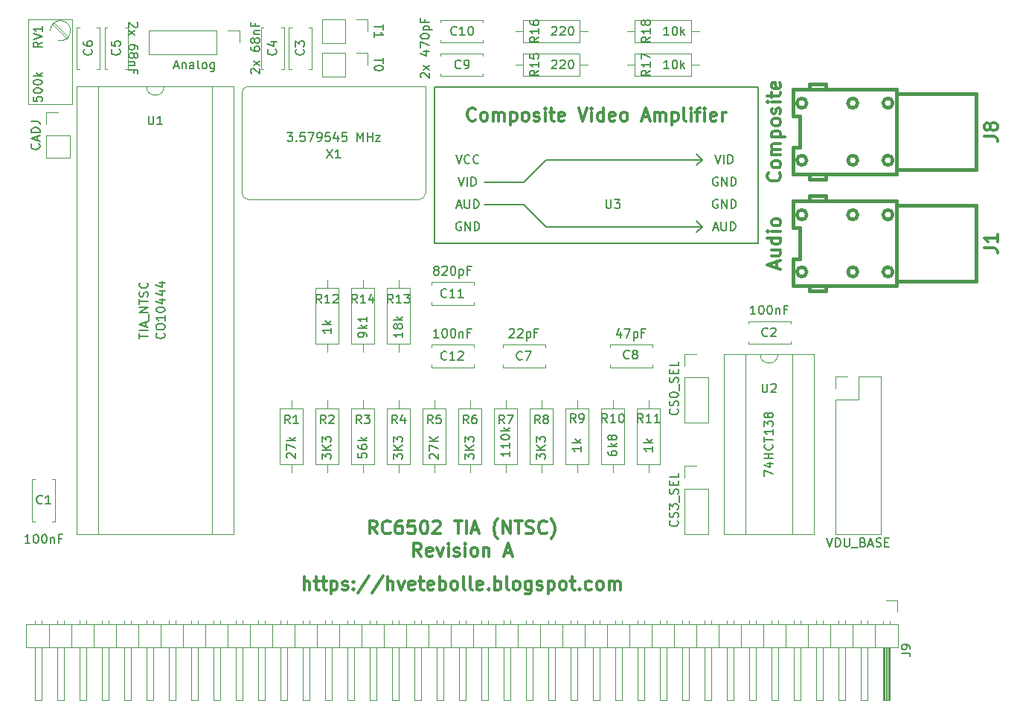
<source format=gto>
G04 #@! TF.FileFunction,Legend,Top*
%FSLAX46Y46*%
G04 Gerber Fmt 4.6, Leading zero omitted, Abs format (unit mm)*
G04 Created by KiCad (PCBNEW 4.0.7) date 02/13/19 20:33:04*
%MOMM*%
%LPD*%
G01*
G04 APERTURE LIST*
%ADD10C,0.100000*%
%ADD11C,0.150000*%
%ADD12C,0.300000*%
%ADD13C,0.120000*%
%ADD14C,0.381000*%
%ADD15C,0.304800*%
G04 APERTURE END LIST*
D10*
D11*
X68302143Y-111180238D02*
X68349762Y-111227857D01*
X68397381Y-111370714D01*
X68397381Y-111465952D01*
X68349762Y-111608810D01*
X68254524Y-111704048D01*
X68159286Y-111751667D01*
X67968810Y-111799286D01*
X67825952Y-111799286D01*
X67635476Y-111751667D01*
X67540238Y-111704048D01*
X67445000Y-111608810D01*
X67397381Y-111465952D01*
X67397381Y-111370714D01*
X67445000Y-111227857D01*
X67492619Y-111180238D01*
X67397381Y-110561191D02*
X67397381Y-110370714D01*
X67445000Y-110275476D01*
X67540238Y-110180238D01*
X67730714Y-110132619D01*
X68064048Y-110132619D01*
X68254524Y-110180238D01*
X68349762Y-110275476D01*
X68397381Y-110370714D01*
X68397381Y-110561191D01*
X68349762Y-110656429D01*
X68254524Y-110751667D01*
X68064048Y-110799286D01*
X67730714Y-110799286D01*
X67540238Y-110751667D01*
X67445000Y-110656429D01*
X67397381Y-110561191D01*
X68397381Y-109180238D02*
X68397381Y-109751667D01*
X68397381Y-109465953D02*
X67397381Y-109465953D01*
X67540238Y-109561191D01*
X67635476Y-109656429D01*
X67683095Y-109751667D01*
X67397381Y-108561191D02*
X67397381Y-108465952D01*
X67445000Y-108370714D01*
X67492619Y-108323095D01*
X67587857Y-108275476D01*
X67778333Y-108227857D01*
X68016429Y-108227857D01*
X68206905Y-108275476D01*
X68302143Y-108323095D01*
X68349762Y-108370714D01*
X68397381Y-108465952D01*
X68397381Y-108561191D01*
X68349762Y-108656429D01*
X68302143Y-108704048D01*
X68206905Y-108751667D01*
X68016429Y-108799286D01*
X67778333Y-108799286D01*
X67587857Y-108751667D01*
X67492619Y-108704048D01*
X67445000Y-108656429D01*
X67397381Y-108561191D01*
X67730714Y-107370714D02*
X68397381Y-107370714D01*
X67349762Y-107608810D02*
X68064048Y-107846905D01*
X68064048Y-107227857D01*
X67730714Y-106418333D02*
X68397381Y-106418333D01*
X67349762Y-106656429D02*
X68064048Y-106894524D01*
X68064048Y-106275476D01*
X67730714Y-105465952D02*
X68397381Y-105465952D01*
X67349762Y-105704048D02*
X68064048Y-105942143D01*
X68064048Y-105323095D01*
D12*
X103760715Y-86895714D02*
X103689286Y-86967143D01*
X103475000Y-87038571D01*
X103332143Y-87038571D01*
X103117858Y-86967143D01*
X102975000Y-86824286D01*
X102903572Y-86681429D01*
X102832143Y-86395714D01*
X102832143Y-86181429D01*
X102903572Y-85895714D01*
X102975000Y-85752857D01*
X103117858Y-85610000D01*
X103332143Y-85538571D01*
X103475000Y-85538571D01*
X103689286Y-85610000D01*
X103760715Y-85681429D01*
X104617858Y-87038571D02*
X104475000Y-86967143D01*
X104403572Y-86895714D01*
X104332143Y-86752857D01*
X104332143Y-86324286D01*
X104403572Y-86181429D01*
X104475000Y-86110000D01*
X104617858Y-86038571D01*
X104832143Y-86038571D01*
X104975000Y-86110000D01*
X105046429Y-86181429D01*
X105117858Y-86324286D01*
X105117858Y-86752857D01*
X105046429Y-86895714D01*
X104975000Y-86967143D01*
X104832143Y-87038571D01*
X104617858Y-87038571D01*
X105760715Y-87038571D02*
X105760715Y-86038571D01*
X105760715Y-86181429D02*
X105832143Y-86110000D01*
X105975001Y-86038571D01*
X106189286Y-86038571D01*
X106332143Y-86110000D01*
X106403572Y-86252857D01*
X106403572Y-87038571D01*
X106403572Y-86252857D02*
X106475001Y-86110000D01*
X106617858Y-86038571D01*
X106832143Y-86038571D01*
X106975001Y-86110000D01*
X107046429Y-86252857D01*
X107046429Y-87038571D01*
X107760715Y-86038571D02*
X107760715Y-87538571D01*
X107760715Y-86110000D02*
X107903572Y-86038571D01*
X108189286Y-86038571D01*
X108332143Y-86110000D01*
X108403572Y-86181429D01*
X108475001Y-86324286D01*
X108475001Y-86752857D01*
X108403572Y-86895714D01*
X108332143Y-86967143D01*
X108189286Y-87038571D01*
X107903572Y-87038571D01*
X107760715Y-86967143D01*
X109332144Y-87038571D02*
X109189286Y-86967143D01*
X109117858Y-86895714D01*
X109046429Y-86752857D01*
X109046429Y-86324286D01*
X109117858Y-86181429D01*
X109189286Y-86110000D01*
X109332144Y-86038571D01*
X109546429Y-86038571D01*
X109689286Y-86110000D01*
X109760715Y-86181429D01*
X109832144Y-86324286D01*
X109832144Y-86752857D01*
X109760715Y-86895714D01*
X109689286Y-86967143D01*
X109546429Y-87038571D01*
X109332144Y-87038571D01*
X110403572Y-86967143D02*
X110546429Y-87038571D01*
X110832144Y-87038571D01*
X110975001Y-86967143D01*
X111046429Y-86824286D01*
X111046429Y-86752857D01*
X110975001Y-86610000D01*
X110832144Y-86538571D01*
X110617858Y-86538571D01*
X110475001Y-86467143D01*
X110403572Y-86324286D01*
X110403572Y-86252857D01*
X110475001Y-86110000D01*
X110617858Y-86038571D01*
X110832144Y-86038571D01*
X110975001Y-86110000D01*
X111689287Y-87038571D02*
X111689287Y-86038571D01*
X111689287Y-85538571D02*
X111617858Y-85610000D01*
X111689287Y-85681429D01*
X111760715Y-85610000D01*
X111689287Y-85538571D01*
X111689287Y-85681429D01*
X112189287Y-86038571D02*
X112760716Y-86038571D01*
X112403573Y-85538571D02*
X112403573Y-86824286D01*
X112475001Y-86967143D01*
X112617859Y-87038571D01*
X112760716Y-87038571D01*
X113832144Y-86967143D02*
X113689287Y-87038571D01*
X113403573Y-87038571D01*
X113260716Y-86967143D01*
X113189287Y-86824286D01*
X113189287Y-86252857D01*
X113260716Y-86110000D01*
X113403573Y-86038571D01*
X113689287Y-86038571D01*
X113832144Y-86110000D01*
X113903573Y-86252857D01*
X113903573Y-86395714D01*
X113189287Y-86538571D01*
X115475001Y-85538571D02*
X115975001Y-87038571D01*
X116475001Y-85538571D01*
X116975001Y-87038571D02*
X116975001Y-86038571D01*
X116975001Y-85538571D02*
X116903572Y-85610000D01*
X116975001Y-85681429D01*
X117046429Y-85610000D01*
X116975001Y-85538571D01*
X116975001Y-85681429D01*
X118332144Y-87038571D02*
X118332144Y-85538571D01*
X118332144Y-86967143D02*
X118189287Y-87038571D01*
X117903573Y-87038571D01*
X117760715Y-86967143D01*
X117689287Y-86895714D01*
X117617858Y-86752857D01*
X117617858Y-86324286D01*
X117689287Y-86181429D01*
X117760715Y-86110000D01*
X117903573Y-86038571D01*
X118189287Y-86038571D01*
X118332144Y-86110000D01*
X119617858Y-86967143D02*
X119475001Y-87038571D01*
X119189287Y-87038571D01*
X119046430Y-86967143D01*
X118975001Y-86824286D01*
X118975001Y-86252857D01*
X119046430Y-86110000D01*
X119189287Y-86038571D01*
X119475001Y-86038571D01*
X119617858Y-86110000D01*
X119689287Y-86252857D01*
X119689287Y-86395714D01*
X118975001Y-86538571D01*
X120546430Y-87038571D02*
X120403572Y-86967143D01*
X120332144Y-86895714D01*
X120260715Y-86752857D01*
X120260715Y-86324286D01*
X120332144Y-86181429D01*
X120403572Y-86110000D01*
X120546430Y-86038571D01*
X120760715Y-86038571D01*
X120903572Y-86110000D01*
X120975001Y-86181429D01*
X121046430Y-86324286D01*
X121046430Y-86752857D01*
X120975001Y-86895714D01*
X120903572Y-86967143D01*
X120760715Y-87038571D01*
X120546430Y-87038571D01*
X122760715Y-86610000D02*
X123475001Y-86610000D01*
X122617858Y-87038571D02*
X123117858Y-85538571D01*
X123617858Y-87038571D01*
X124117858Y-87038571D02*
X124117858Y-86038571D01*
X124117858Y-86181429D02*
X124189286Y-86110000D01*
X124332144Y-86038571D01*
X124546429Y-86038571D01*
X124689286Y-86110000D01*
X124760715Y-86252857D01*
X124760715Y-87038571D01*
X124760715Y-86252857D02*
X124832144Y-86110000D01*
X124975001Y-86038571D01*
X125189286Y-86038571D01*
X125332144Y-86110000D01*
X125403572Y-86252857D01*
X125403572Y-87038571D01*
X126117858Y-86038571D02*
X126117858Y-87538571D01*
X126117858Y-86110000D02*
X126260715Y-86038571D01*
X126546429Y-86038571D01*
X126689286Y-86110000D01*
X126760715Y-86181429D01*
X126832144Y-86324286D01*
X126832144Y-86752857D01*
X126760715Y-86895714D01*
X126689286Y-86967143D01*
X126546429Y-87038571D01*
X126260715Y-87038571D01*
X126117858Y-86967143D01*
X127689287Y-87038571D02*
X127546429Y-86967143D01*
X127475001Y-86824286D01*
X127475001Y-85538571D01*
X128260715Y-87038571D02*
X128260715Y-86038571D01*
X128260715Y-85538571D02*
X128189286Y-85610000D01*
X128260715Y-85681429D01*
X128332143Y-85610000D01*
X128260715Y-85538571D01*
X128260715Y-85681429D01*
X128760715Y-86038571D02*
X129332144Y-86038571D01*
X128975001Y-87038571D02*
X128975001Y-85752857D01*
X129046429Y-85610000D01*
X129189287Y-85538571D01*
X129332144Y-85538571D01*
X129832144Y-87038571D02*
X129832144Y-86038571D01*
X129832144Y-85538571D02*
X129760715Y-85610000D01*
X129832144Y-85681429D01*
X129903572Y-85610000D01*
X129832144Y-85538571D01*
X129832144Y-85681429D01*
X131117858Y-86967143D02*
X130975001Y-87038571D01*
X130689287Y-87038571D01*
X130546430Y-86967143D01*
X130475001Y-86824286D01*
X130475001Y-86252857D01*
X130546430Y-86110000D01*
X130689287Y-86038571D01*
X130975001Y-86038571D01*
X131117858Y-86110000D01*
X131189287Y-86252857D01*
X131189287Y-86395714D01*
X130475001Y-86538571D01*
X131832144Y-87038571D02*
X131832144Y-86038571D01*
X131832144Y-86324286D02*
X131903572Y-86181429D01*
X131975001Y-86110000D01*
X132117858Y-86038571D01*
X132260715Y-86038571D01*
D11*
X93257619Y-79883095D02*
X93257619Y-80454524D01*
X92257619Y-80168809D02*
X93257619Y-80168809D01*
X93257619Y-80978333D02*
X93257619Y-81073572D01*
X93210000Y-81168810D01*
X93162381Y-81216429D01*
X93067143Y-81264048D01*
X92876667Y-81311667D01*
X92638571Y-81311667D01*
X92448095Y-81264048D01*
X92352857Y-81216429D01*
X92305238Y-81168810D01*
X92257619Y-81073572D01*
X92257619Y-80978333D01*
X92305238Y-80883095D01*
X92352857Y-80835476D01*
X92448095Y-80787857D01*
X92638571Y-80740238D01*
X92876667Y-80740238D01*
X93067143Y-80787857D01*
X93162381Y-80835476D01*
X93210000Y-80883095D01*
X93257619Y-80978333D01*
X93257619Y-76073095D02*
X93257619Y-76644524D01*
X92257619Y-76358809D02*
X93257619Y-76358809D01*
X92257619Y-77501667D02*
X92257619Y-76930238D01*
X92257619Y-77215952D02*
X93257619Y-77215952D01*
X93114762Y-77120714D01*
X93019524Y-77025476D01*
X92971905Y-76930238D01*
X65222381Y-75835238D02*
X65270000Y-75882857D01*
X65317619Y-75978095D01*
X65317619Y-76216191D01*
X65270000Y-76311429D01*
X65222381Y-76359048D01*
X65127143Y-76406667D01*
X65031905Y-76406667D01*
X64889048Y-76359048D01*
X64317619Y-75787619D01*
X64317619Y-76406667D01*
X64317619Y-76740000D02*
X64984286Y-77263810D01*
X64984286Y-76740000D02*
X64317619Y-77263810D01*
X65317619Y-78835239D02*
X65317619Y-78644762D01*
X65270000Y-78549524D01*
X65222381Y-78501905D01*
X65079524Y-78406667D01*
X64889048Y-78359048D01*
X64508095Y-78359048D01*
X64412857Y-78406667D01*
X64365238Y-78454286D01*
X64317619Y-78549524D01*
X64317619Y-78740001D01*
X64365238Y-78835239D01*
X64412857Y-78882858D01*
X64508095Y-78930477D01*
X64746190Y-78930477D01*
X64841429Y-78882858D01*
X64889048Y-78835239D01*
X64936667Y-78740001D01*
X64936667Y-78549524D01*
X64889048Y-78454286D01*
X64841429Y-78406667D01*
X64746190Y-78359048D01*
X64889048Y-79501905D02*
X64936667Y-79406667D01*
X64984286Y-79359048D01*
X65079524Y-79311429D01*
X65127143Y-79311429D01*
X65222381Y-79359048D01*
X65270000Y-79406667D01*
X65317619Y-79501905D01*
X65317619Y-79692382D01*
X65270000Y-79787620D01*
X65222381Y-79835239D01*
X65127143Y-79882858D01*
X65079524Y-79882858D01*
X64984286Y-79835239D01*
X64936667Y-79787620D01*
X64889048Y-79692382D01*
X64889048Y-79501905D01*
X64841429Y-79406667D01*
X64793810Y-79359048D01*
X64698571Y-79311429D01*
X64508095Y-79311429D01*
X64412857Y-79359048D01*
X64365238Y-79406667D01*
X64317619Y-79501905D01*
X64317619Y-79692382D01*
X64365238Y-79787620D01*
X64412857Y-79835239D01*
X64508095Y-79882858D01*
X64698571Y-79882858D01*
X64793810Y-79835239D01*
X64841429Y-79787620D01*
X64889048Y-79692382D01*
X64984286Y-80311429D02*
X64317619Y-80311429D01*
X64889048Y-80311429D02*
X64936667Y-80359048D01*
X64984286Y-80454286D01*
X64984286Y-80597144D01*
X64936667Y-80692382D01*
X64841429Y-80740001D01*
X64317619Y-80740001D01*
X64841429Y-81549525D02*
X64841429Y-81216191D01*
X64317619Y-81216191D02*
X65317619Y-81216191D01*
X65317619Y-81692382D01*
X78287619Y-81644762D02*
X78240000Y-81597143D01*
X78192381Y-81501905D01*
X78192381Y-81263809D01*
X78240000Y-81168571D01*
X78287619Y-81120952D01*
X78382857Y-81073333D01*
X78478095Y-81073333D01*
X78620952Y-81120952D01*
X79192381Y-81692381D01*
X79192381Y-81073333D01*
X79192381Y-80740000D02*
X78525714Y-80216190D01*
X78525714Y-80740000D02*
X79192381Y-80216190D01*
X78192381Y-78644761D02*
X78192381Y-78835238D01*
X78240000Y-78930476D01*
X78287619Y-78978095D01*
X78430476Y-79073333D01*
X78620952Y-79120952D01*
X79001905Y-79120952D01*
X79097143Y-79073333D01*
X79144762Y-79025714D01*
X79192381Y-78930476D01*
X79192381Y-78739999D01*
X79144762Y-78644761D01*
X79097143Y-78597142D01*
X79001905Y-78549523D01*
X78763810Y-78549523D01*
X78668571Y-78597142D01*
X78620952Y-78644761D01*
X78573333Y-78739999D01*
X78573333Y-78930476D01*
X78620952Y-79025714D01*
X78668571Y-79073333D01*
X78763810Y-79120952D01*
X78620952Y-77978095D02*
X78573333Y-78073333D01*
X78525714Y-78120952D01*
X78430476Y-78168571D01*
X78382857Y-78168571D01*
X78287619Y-78120952D01*
X78240000Y-78073333D01*
X78192381Y-77978095D01*
X78192381Y-77787618D01*
X78240000Y-77692380D01*
X78287619Y-77644761D01*
X78382857Y-77597142D01*
X78430476Y-77597142D01*
X78525714Y-77644761D01*
X78573333Y-77692380D01*
X78620952Y-77787618D01*
X78620952Y-77978095D01*
X78668571Y-78073333D01*
X78716190Y-78120952D01*
X78811429Y-78168571D01*
X79001905Y-78168571D01*
X79097143Y-78120952D01*
X79144762Y-78073333D01*
X79192381Y-77978095D01*
X79192381Y-77787618D01*
X79144762Y-77692380D01*
X79097143Y-77644761D01*
X79001905Y-77597142D01*
X78811429Y-77597142D01*
X78716190Y-77644761D01*
X78668571Y-77692380D01*
X78620952Y-77787618D01*
X78525714Y-77168571D02*
X79192381Y-77168571D01*
X78620952Y-77168571D02*
X78573333Y-77120952D01*
X78525714Y-77025714D01*
X78525714Y-76882856D01*
X78573333Y-76787618D01*
X78668571Y-76739999D01*
X79192381Y-76739999D01*
X78668571Y-75930475D02*
X78668571Y-76263809D01*
X79192381Y-76263809D02*
X78192381Y-76263809D01*
X78192381Y-75787618D01*
X97591619Y-82120953D02*
X97544000Y-82073334D01*
X97496381Y-81978096D01*
X97496381Y-81740000D01*
X97544000Y-81644762D01*
X97591619Y-81597143D01*
X97686857Y-81549524D01*
X97782095Y-81549524D01*
X97924952Y-81597143D01*
X98496381Y-82168572D01*
X98496381Y-81549524D01*
X98496381Y-81216191D02*
X97829714Y-80692381D01*
X97829714Y-81216191D02*
X98496381Y-80692381D01*
X97829714Y-79120952D02*
X98496381Y-79120952D01*
X97448762Y-79359048D02*
X98163048Y-79597143D01*
X98163048Y-78978095D01*
X97496381Y-78692381D02*
X97496381Y-78025714D01*
X98496381Y-78454286D01*
X97496381Y-77454286D02*
X97496381Y-77359047D01*
X97544000Y-77263809D01*
X97591619Y-77216190D01*
X97686857Y-77168571D01*
X97877333Y-77120952D01*
X98115429Y-77120952D01*
X98305905Y-77168571D01*
X98401143Y-77216190D01*
X98448762Y-77263809D01*
X98496381Y-77359047D01*
X98496381Y-77454286D01*
X98448762Y-77549524D01*
X98401143Y-77597143D01*
X98305905Y-77644762D01*
X98115429Y-77692381D01*
X97877333Y-77692381D01*
X97686857Y-77644762D01*
X97591619Y-77597143D01*
X97544000Y-77549524D01*
X97496381Y-77454286D01*
X97829714Y-76692381D02*
X98829714Y-76692381D01*
X97877333Y-76692381D02*
X97829714Y-76597143D01*
X97829714Y-76406666D01*
X97877333Y-76311428D01*
X97924952Y-76263809D01*
X98020190Y-76216190D01*
X98305905Y-76216190D01*
X98401143Y-76263809D01*
X98448762Y-76311428D01*
X98496381Y-76406666D01*
X98496381Y-76597143D01*
X98448762Y-76692381D01*
X97972571Y-75454285D02*
X97972571Y-75787619D01*
X98496381Y-75787619D02*
X97496381Y-75787619D01*
X97496381Y-75311428D01*
D12*
X92556430Y-134023571D02*
X92056430Y-133309286D01*
X91699287Y-134023571D02*
X91699287Y-132523571D01*
X92270715Y-132523571D01*
X92413573Y-132595000D01*
X92485001Y-132666429D01*
X92556430Y-132809286D01*
X92556430Y-133023571D01*
X92485001Y-133166429D01*
X92413573Y-133237857D01*
X92270715Y-133309286D01*
X91699287Y-133309286D01*
X94056430Y-133880714D02*
X93985001Y-133952143D01*
X93770715Y-134023571D01*
X93627858Y-134023571D01*
X93413573Y-133952143D01*
X93270715Y-133809286D01*
X93199287Y-133666429D01*
X93127858Y-133380714D01*
X93127858Y-133166429D01*
X93199287Y-132880714D01*
X93270715Y-132737857D01*
X93413573Y-132595000D01*
X93627858Y-132523571D01*
X93770715Y-132523571D01*
X93985001Y-132595000D01*
X94056430Y-132666429D01*
X95342144Y-132523571D02*
X95056430Y-132523571D01*
X94913573Y-132595000D01*
X94842144Y-132666429D01*
X94699287Y-132880714D01*
X94627858Y-133166429D01*
X94627858Y-133737857D01*
X94699287Y-133880714D01*
X94770715Y-133952143D01*
X94913573Y-134023571D01*
X95199287Y-134023571D01*
X95342144Y-133952143D01*
X95413573Y-133880714D01*
X95485001Y-133737857D01*
X95485001Y-133380714D01*
X95413573Y-133237857D01*
X95342144Y-133166429D01*
X95199287Y-133095000D01*
X94913573Y-133095000D01*
X94770715Y-133166429D01*
X94699287Y-133237857D01*
X94627858Y-133380714D01*
X96842144Y-132523571D02*
X96127858Y-132523571D01*
X96056429Y-133237857D01*
X96127858Y-133166429D01*
X96270715Y-133095000D01*
X96627858Y-133095000D01*
X96770715Y-133166429D01*
X96842144Y-133237857D01*
X96913572Y-133380714D01*
X96913572Y-133737857D01*
X96842144Y-133880714D01*
X96770715Y-133952143D01*
X96627858Y-134023571D01*
X96270715Y-134023571D01*
X96127858Y-133952143D01*
X96056429Y-133880714D01*
X97842143Y-132523571D02*
X97985000Y-132523571D01*
X98127857Y-132595000D01*
X98199286Y-132666429D01*
X98270715Y-132809286D01*
X98342143Y-133095000D01*
X98342143Y-133452143D01*
X98270715Y-133737857D01*
X98199286Y-133880714D01*
X98127857Y-133952143D01*
X97985000Y-134023571D01*
X97842143Y-134023571D01*
X97699286Y-133952143D01*
X97627857Y-133880714D01*
X97556429Y-133737857D01*
X97485000Y-133452143D01*
X97485000Y-133095000D01*
X97556429Y-132809286D01*
X97627857Y-132666429D01*
X97699286Y-132595000D01*
X97842143Y-132523571D01*
X98913571Y-132666429D02*
X98985000Y-132595000D01*
X99127857Y-132523571D01*
X99485000Y-132523571D01*
X99627857Y-132595000D01*
X99699286Y-132666429D01*
X99770714Y-132809286D01*
X99770714Y-132952143D01*
X99699286Y-133166429D01*
X98842143Y-134023571D01*
X99770714Y-134023571D01*
X101342142Y-132523571D02*
X102199285Y-132523571D01*
X101770714Y-134023571D02*
X101770714Y-132523571D01*
X102699285Y-134023571D02*
X102699285Y-132523571D01*
X103342142Y-133595000D02*
X104056428Y-133595000D01*
X103199285Y-134023571D02*
X103699285Y-132523571D01*
X104199285Y-134023571D01*
X106270713Y-134595000D02*
X106199285Y-134523571D01*
X106056428Y-134309286D01*
X105984999Y-134166429D01*
X105913570Y-133952143D01*
X105842142Y-133595000D01*
X105842142Y-133309286D01*
X105913570Y-132952143D01*
X105984999Y-132737857D01*
X106056428Y-132595000D01*
X106199285Y-132380714D01*
X106270713Y-132309286D01*
X106842142Y-134023571D02*
X106842142Y-132523571D01*
X107699285Y-134023571D01*
X107699285Y-132523571D01*
X108199285Y-132523571D02*
X109056428Y-132523571D01*
X108627857Y-134023571D02*
X108627857Y-132523571D01*
X109484999Y-133952143D02*
X109699285Y-134023571D01*
X110056428Y-134023571D01*
X110199285Y-133952143D01*
X110270714Y-133880714D01*
X110342142Y-133737857D01*
X110342142Y-133595000D01*
X110270714Y-133452143D01*
X110199285Y-133380714D01*
X110056428Y-133309286D01*
X109770714Y-133237857D01*
X109627856Y-133166429D01*
X109556428Y-133095000D01*
X109484999Y-132952143D01*
X109484999Y-132809286D01*
X109556428Y-132666429D01*
X109627856Y-132595000D01*
X109770714Y-132523571D01*
X110127856Y-132523571D01*
X110342142Y-132595000D01*
X111842142Y-133880714D02*
X111770713Y-133952143D01*
X111556427Y-134023571D01*
X111413570Y-134023571D01*
X111199285Y-133952143D01*
X111056427Y-133809286D01*
X110984999Y-133666429D01*
X110913570Y-133380714D01*
X110913570Y-133166429D01*
X110984999Y-132880714D01*
X111056427Y-132737857D01*
X111199285Y-132595000D01*
X111413570Y-132523571D01*
X111556427Y-132523571D01*
X111770713Y-132595000D01*
X111842142Y-132666429D01*
X112342142Y-134595000D02*
X112413570Y-134523571D01*
X112556427Y-134309286D01*
X112627856Y-134166429D01*
X112699285Y-133952143D01*
X112770713Y-133595000D01*
X112770713Y-133309286D01*
X112699285Y-132952143D01*
X112627856Y-132737857D01*
X112556427Y-132595000D01*
X112413570Y-132380714D01*
X112342142Y-132309286D01*
X97592143Y-136573571D02*
X97092143Y-135859286D01*
X96735000Y-136573571D02*
X96735000Y-135073571D01*
X97306428Y-135073571D01*
X97449286Y-135145000D01*
X97520714Y-135216429D01*
X97592143Y-135359286D01*
X97592143Y-135573571D01*
X97520714Y-135716429D01*
X97449286Y-135787857D01*
X97306428Y-135859286D01*
X96735000Y-135859286D01*
X98806428Y-136502143D02*
X98663571Y-136573571D01*
X98377857Y-136573571D01*
X98235000Y-136502143D01*
X98163571Y-136359286D01*
X98163571Y-135787857D01*
X98235000Y-135645000D01*
X98377857Y-135573571D01*
X98663571Y-135573571D01*
X98806428Y-135645000D01*
X98877857Y-135787857D01*
X98877857Y-135930714D01*
X98163571Y-136073571D01*
X99377857Y-135573571D02*
X99735000Y-136573571D01*
X100092142Y-135573571D01*
X100663571Y-136573571D02*
X100663571Y-135573571D01*
X100663571Y-135073571D02*
X100592142Y-135145000D01*
X100663571Y-135216429D01*
X100734999Y-135145000D01*
X100663571Y-135073571D01*
X100663571Y-135216429D01*
X101306428Y-136502143D02*
X101449285Y-136573571D01*
X101735000Y-136573571D01*
X101877857Y-136502143D01*
X101949285Y-136359286D01*
X101949285Y-136287857D01*
X101877857Y-136145000D01*
X101735000Y-136073571D01*
X101520714Y-136073571D01*
X101377857Y-136002143D01*
X101306428Y-135859286D01*
X101306428Y-135787857D01*
X101377857Y-135645000D01*
X101520714Y-135573571D01*
X101735000Y-135573571D01*
X101877857Y-135645000D01*
X102592143Y-136573571D02*
X102592143Y-135573571D01*
X102592143Y-135073571D02*
X102520714Y-135145000D01*
X102592143Y-135216429D01*
X102663571Y-135145000D01*
X102592143Y-135073571D01*
X102592143Y-135216429D01*
X103520715Y-136573571D02*
X103377857Y-136502143D01*
X103306429Y-136430714D01*
X103235000Y-136287857D01*
X103235000Y-135859286D01*
X103306429Y-135716429D01*
X103377857Y-135645000D01*
X103520715Y-135573571D01*
X103735000Y-135573571D01*
X103877857Y-135645000D01*
X103949286Y-135716429D01*
X104020715Y-135859286D01*
X104020715Y-136287857D01*
X103949286Y-136430714D01*
X103877857Y-136502143D01*
X103735000Y-136573571D01*
X103520715Y-136573571D01*
X104663572Y-135573571D02*
X104663572Y-136573571D01*
X104663572Y-135716429D02*
X104735000Y-135645000D01*
X104877858Y-135573571D01*
X105092143Y-135573571D01*
X105235000Y-135645000D01*
X105306429Y-135787857D01*
X105306429Y-136573571D01*
X107092143Y-136145000D02*
X107806429Y-136145000D01*
X106949286Y-136573571D02*
X107449286Y-135073571D01*
X107949286Y-136573571D01*
X84234999Y-140378571D02*
X84234999Y-138878571D01*
X84877856Y-140378571D02*
X84877856Y-139592857D01*
X84806427Y-139450000D01*
X84663570Y-139378571D01*
X84449285Y-139378571D01*
X84306427Y-139450000D01*
X84234999Y-139521429D01*
X85377856Y-139378571D02*
X85949285Y-139378571D01*
X85592142Y-138878571D02*
X85592142Y-140164286D01*
X85663570Y-140307143D01*
X85806428Y-140378571D01*
X85949285Y-140378571D01*
X86234999Y-139378571D02*
X86806428Y-139378571D01*
X86449285Y-138878571D02*
X86449285Y-140164286D01*
X86520713Y-140307143D01*
X86663571Y-140378571D01*
X86806428Y-140378571D01*
X87306428Y-139378571D02*
X87306428Y-140878571D01*
X87306428Y-139450000D02*
X87449285Y-139378571D01*
X87734999Y-139378571D01*
X87877856Y-139450000D01*
X87949285Y-139521429D01*
X88020714Y-139664286D01*
X88020714Y-140092857D01*
X87949285Y-140235714D01*
X87877856Y-140307143D01*
X87734999Y-140378571D01*
X87449285Y-140378571D01*
X87306428Y-140307143D01*
X88592142Y-140307143D02*
X88734999Y-140378571D01*
X89020714Y-140378571D01*
X89163571Y-140307143D01*
X89234999Y-140164286D01*
X89234999Y-140092857D01*
X89163571Y-139950000D01*
X89020714Y-139878571D01*
X88806428Y-139878571D01*
X88663571Y-139807143D01*
X88592142Y-139664286D01*
X88592142Y-139592857D01*
X88663571Y-139450000D01*
X88806428Y-139378571D01*
X89020714Y-139378571D01*
X89163571Y-139450000D01*
X89877857Y-140235714D02*
X89949285Y-140307143D01*
X89877857Y-140378571D01*
X89806428Y-140307143D01*
X89877857Y-140235714D01*
X89877857Y-140378571D01*
X89877857Y-139450000D02*
X89949285Y-139521429D01*
X89877857Y-139592857D01*
X89806428Y-139521429D01*
X89877857Y-139450000D01*
X89877857Y-139592857D01*
X91663571Y-138807143D02*
X90377857Y-140735714D01*
X93235000Y-138807143D02*
X91949286Y-140735714D01*
X93735001Y-140378571D02*
X93735001Y-138878571D01*
X94377858Y-140378571D02*
X94377858Y-139592857D01*
X94306429Y-139450000D01*
X94163572Y-139378571D01*
X93949287Y-139378571D01*
X93806429Y-139450000D01*
X93735001Y-139521429D01*
X94949287Y-139378571D02*
X95306430Y-140378571D01*
X95663572Y-139378571D01*
X96806429Y-140307143D02*
X96663572Y-140378571D01*
X96377858Y-140378571D01*
X96235001Y-140307143D01*
X96163572Y-140164286D01*
X96163572Y-139592857D01*
X96235001Y-139450000D01*
X96377858Y-139378571D01*
X96663572Y-139378571D01*
X96806429Y-139450000D01*
X96877858Y-139592857D01*
X96877858Y-139735714D01*
X96163572Y-139878571D01*
X97306429Y-139378571D02*
X97877858Y-139378571D01*
X97520715Y-138878571D02*
X97520715Y-140164286D01*
X97592143Y-140307143D01*
X97735001Y-140378571D01*
X97877858Y-140378571D01*
X98949286Y-140307143D02*
X98806429Y-140378571D01*
X98520715Y-140378571D01*
X98377858Y-140307143D01*
X98306429Y-140164286D01*
X98306429Y-139592857D01*
X98377858Y-139450000D01*
X98520715Y-139378571D01*
X98806429Y-139378571D01*
X98949286Y-139450000D01*
X99020715Y-139592857D01*
X99020715Y-139735714D01*
X98306429Y-139878571D01*
X99663572Y-140378571D02*
X99663572Y-138878571D01*
X99663572Y-139450000D02*
X99806429Y-139378571D01*
X100092143Y-139378571D01*
X100235000Y-139450000D01*
X100306429Y-139521429D01*
X100377858Y-139664286D01*
X100377858Y-140092857D01*
X100306429Y-140235714D01*
X100235000Y-140307143D01*
X100092143Y-140378571D01*
X99806429Y-140378571D01*
X99663572Y-140307143D01*
X101235001Y-140378571D02*
X101092143Y-140307143D01*
X101020715Y-140235714D01*
X100949286Y-140092857D01*
X100949286Y-139664286D01*
X101020715Y-139521429D01*
X101092143Y-139450000D01*
X101235001Y-139378571D01*
X101449286Y-139378571D01*
X101592143Y-139450000D01*
X101663572Y-139521429D01*
X101735001Y-139664286D01*
X101735001Y-140092857D01*
X101663572Y-140235714D01*
X101592143Y-140307143D01*
X101449286Y-140378571D01*
X101235001Y-140378571D01*
X102592144Y-140378571D02*
X102449286Y-140307143D01*
X102377858Y-140164286D01*
X102377858Y-138878571D01*
X103377858Y-140378571D02*
X103235000Y-140307143D01*
X103163572Y-140164286D01*
X103163572Y-138878571D01*
X104520714Y-140307143D02*
X104377857Y-140378571D01*
X104092143Y-140378571D01*
X103949286Y-140307143D01*
X103877857Y-140164286D01*
X103877857Y-139592857D01*
X103949286Y-139450000D01*
X104092143Y-139378571D01*
X104377857Y-139378571D01*
X104520714Y-139450000D01*
X104592143Y-139592857D01*
X104592143Y-139735714D01*
X103877857Y-139878571D01*
X105235000Y-140235714D02*
X105306428Y-140307143D01*
X105235000Y-140378571D01*
X105163571Y-140307143D01*
X105235000Y-140235714D01*
X105235000Y-140378571D01*
X105949286Y-140378571D02*
X105949286Y-138878571D01*
X105949286Y-139450000D02*
X106092143Y-139378571D01*
X106377857Y-139378571D01*
X106520714Y-139450000D01*
X106592143Y-139521429D01*
X106663572Y-139664286D01*
X106663572Y-140092857D01*
X106592143Y-140235714D01*
X106520714Y-140307143D01*
X106377857Y-140378571D01*
X106092143Y-140378571D01*
X105949286Y-140307143D01*
X107520715Y-140378571D02*
X107377857Y-140307143D01*
X107306429Y-140164286D01*
X107306429Y-138878571D01*
X108306429Y-140378571D02*
X108163571Y-140307143D01*
X108092143Y-140235714D01*
X108020714Y-140092857D01*
X108020714Y-139664286D01*
X108092143Y-139521429D01*
X108163571Y-139450000D01*
X108306429Y-139378571D01*
X108520714Y-139378571D01*
X108663571Y-139450000D01*
X108735000Y-139521429D01*
X108806429Y-139664286D01*
X108806429Y-140092857D01*
X108735000Y-140235714D01*
X108663571Y-140307143D01*
X108520714Y-140378571D01*
X108306429Y-140378571D01*
X110092143Y-139378571D02*
X110092143Y-140592857D01*
X110020714Y-140735714D01*
X109949286Y-140807143D01*
X109806429Y-140878571D01*
X109592143Y-140878571D01*
X109449286Y-140807143D01*
X110092143Y-140307143D02*
X109949286Y-140378571D01*
X109663572Y-140378571D01*
X109520714Y-140307143D01*
X109449286Y-140235714D01*
X109377857Y-140092857D01*
X109377857Y-139664286D01*
X109449286Y-139521429D01*
X109520714Y-139450000D01*
X109663572Y-139378571D01*
X109949286Y-139378571D01*
X110092143Y-139450000D01*
X110735000Y-140307143D02*
X110877857Y-140378571D01*
X111163572Y-140378571D01*
X111306429Y-140307143D01*
X111377857Y-140164286D01*
X111377857Y-140092857D01*
X111306429Y-139950000D01*
X111163572Y-139878571D01*
X110949286Y-139878571D01*
X110806429Y-139807143D01*
X110735000Y-139664286D01*
X110735000Y-139592857D01*
X110806429Y-139450000D01*
X110949286Y-139378571D01*
X111163572Y-139378571D01*
X111306429Y-139450000D01*
X112020715Y-139378571D02*
X112020715Y-140878571D01*
X112020715Y-139450000D02*
X112163572Y-139378571D01*
X112449286Y-139378571D01*
X112592143Y-139450000D01*
X112663572Y-139521429D01*
X112735001Y-139664286D01*
X112735001Y-140092857D01*
X112663572Y-140235714D01*
X112592143Y-140307143D01*
X112449286Y-140378571D01*
X112163572Y-140378571D01*
X112020715Y-140307143D01*
X113592144Y-140378571D02*
X113449286Y-140307143D01*
X113377858Y-140235714D01*
X113306429Y-140092857D01*
X113306429Y-139664286D01*
X113377858Y-139521429D01*
X113449286Y-139450000D01*
X113592144Y-139378571D01*
X113806429Y-139378571D01*
X113949286Y-139450000D01*
X114020715Y-139521429D01*
X114092144Y-139664286D01*
X114092144Y-140092857D01*
X114020715Y-140235714D01*
X113949286Y-140307143D01*
X113806429Y-140378571D01*
X113592144Y-140378571D01*
X114520715Y-139378571D02*
X115092144Y-139378571D01*
X114735001Y-138878571D02*
X114735001Y-140164286D01*
X114806429Y-140307143D01*
X114949287Y-140378571D01*
X115092144Y-140378571D01*
X115592144Y-140235714D02*
X115663572Y-140307143D01*
X115592144Y-140378571D01*
X115520715Y-140307143D01*
X115592144Y-140235714D01*
X115592144Y-140378571D01*
X116949287Y-140307143D02*
X116806430Y-140378571D01*
X116520716Y-140378571D01*
X116377858Y-140307143D01*
X116306430Y-140235714D01*
X116235001Y-140092857D01*
X116235001Y-139664286D01*
X116306430Y-139521429D01*
X116377858Y-139450000D01*
X116520716Y-139378571D01*
X116806430Y-139378571D01*
X116949287Y-139450000D01*
X117806430Y-140378571D02*
X117663572Y-140307143D01*
X117592144Y-140235714D01*
X117520715Y-140092857D01*
X117520715Y-139664286D01*
X117592144Y-139521429D01*
X117663572Y-139450000D01*
X117806430Y-139378571D01*
X118020715Y-139378571D01*
X118163572Y-139450000D01*
X118235001Y-139521429D01*
X118306430Y-139664286D01*
X118306430Y-140092857D01*
X118235001Y-140235714D01*
X118163572Y-140307143D01*
X118020715Y-140378571D01*
X117806430Y-140378571D01*
X118949287Y-140378571D02*
X118949287Y-139378571D01*
X118949287Y-139521429D02*
X119020715Y-139450000D01*
X119163573Y-139378571D01*
X119377858Y-139378571D01*
X119520715Y-139450000D01*
X119592144Y-139592857D01*
X119592144Y-140378571D01*
X119592144Y-139592857D02*
X119663573Y-139450000D01*
X119806430Y-139378571D01*
X120020715Y-139378571D01*
X120163573Y-139450000D01*
X120235001Y-139592857D01*
X120235001Y-140378571D01*
D13*
X53300000Y-132625000D02*
X53300000Y-127805000D01*
X55920000Y-132625000D02*
X55920000Y-127805000D01*
X53300000Y-132625000D02*
X53614000Y-132625000D01*
X55606000Y-132625000D02*
X55920000Y-132625000D01*
X53300000Y-127805000D02*
X53614000Y-127805000D01*
X55606000Y-127805000D02*
X55920000Y-127805000D01*
X139610000Y-112435000D02*
X134790000Y-112435000D01*
X139610000Y-109815000D02*
X134790000Y-109815000D01*
X139610000Y-112435000D02*
X139610000Y-112121000D01*
X139610000Y-110129000D02*
X139610000Y-109815000D01*
X134790000Y-112435000D02*
X134790000Y-112121000D01*
X134790000Y-110129000D02*
X134790000Y-109815000D01*
X138160000Y-113605000D02*
G75*
G02X136160000Y-113605000I-1000000J0D01*
G01*
X136160000Y-113605000D02*
X134510000Y-113605000D01*
X134510000Y-113605000D02*
X134510000Y-134045000D01*
X134510000Y-134045000D02*
X139810000Y-134045000D01*
X139810000Y-134045000D02*
X139810000Y-113605000D01*
X139810000Y-113605000D02*
X138160000Y-113605000D01*
X132020000Y-113545000D02*
X132020000Y-134105000D01*
X132020000Y-134105000D02*
X142300000Y-134105000D01*
X142300000Y-134105000D02*
X142300000Y-113545000D01*
X142300000Y-113545000D02*
X132020000Y-113545000D01*
X98080000Y-95235000D02*
X98080000Y-83085000D01*
X77930000Y-95985000D02*
X97330000Y-95985000D01*
X77180000Y-83835000D02*
X77180000Y-95235000D01*
X98080000Y-83085000D02*
X77930000Y-83085000D01*
X77930000Y-83085000D02*
G75*
G03X77180000Y-83835000I0J-750000D01*
G01*
X77180000Y-95235000D02*
G75*
G03X77930000Y-95985000I750000J0D01*
G01*
X97330000Y-95985000D02*
G75*
G03X98080000Y-95235000I0J750000D01*
G01*
D11*
X135890000Y-85090000D02*
X135890000Y-83185000D01*
X135890000Y-83185000D02*
X99060000Y-83185000D01*
X99060000Y-83185000D02*
X99060000Y-85090000D01*
X102870000Y-100965000D02*
X99060000Y-100965000D01*
X99060000Y-100965000D02*
X99060000Y-85090000D01*
X104775000Y-96520000D02*
X108585000Y-96520000D01*
X108585000Y-93980000D02*
X104775000Y-93980000D01*
X102870000Y-100965000D02*
X135890000Y-100965000D01*
X135890000Y-100965000D02*
X135890000Y-100330000D01*
X135890000Y-100330000D02*
X135890000Y-85090000D01*
X108585000Y-96520000D02*
X109220000Y-96520000D01*
X109220000Y-93980000D02*
X108585000Y-93980000D01*
X109220000Y-96520000D02*
X111760000Y-99060000D01*
X111760000Y-99060000D02*
X119380000Y-99060000D01*
X109220000Y-93980000D02*
X111760000Y-91440000D01*
X111760000Y-91440000D02*
X119380000Y-91440000D01*
X129540000Y-99060000D02*
X128905000Y-99695000D01*
X129540000Y-99060000D02*
X128905000Y-98425000D01*
X129540000Y-91440000D02*
X128905000Y-92075000D01*
X129540000Y-91440000D02*
X128905000Y-90805000D01*
X129540000Y-99060000D02*
X128270000Y-99060000D01*
X119380000Y-99060000D02*
X129540000Y-99060000D01*
X129540000Y-91440000D02*
X119380000Y-91440000D01*
D13*
X144720000Y-134045000D02*
X149920000Y-134045000D01*
X144720000Y-118745000D02*
X144720000Y-134045000D01*
X149920000Y-116145000D02*
X149920000Y-134045000D01*
X144720000Y-118745000D02*
X147320000Y-118745000D01*
X147320000Y-118745000D02*
X147320000Y-116145000D01*
X147320000Y-116145000D02*
X149920000Y-116145000D01*
X144720000Y-117475000D02*
X144720000Y-116145000D01*
X144720000Y-116145000D02*
X146050000Y-116145000D01*
X82510000Y-81190000D02*
X82510000Y-76370000D01*
X85130000Y-81190000D02*
X85130000Y-76370000D01*
X82510000Y-81190000D02*
X82824000Y-81190000D01*
X84816000Y-81190000D02*
X85130000Y-81190000D01*
X82510000Y-76370000D02*
X82824000Y-76370000D01*
X84816000Y-76370000D02*
X85130000Y-76370000D01*
X79335000Y-81190000D02*
X79335000Y-76370000D01*
X81955000Y-81190000D02*
X81955000Y-76370000D01*
X79335000Y-81190000D02*
X79649000Y-81190000D01*
X81641000Y-81190000D02*
X81955000Y-81190000D01*
X79335000Y-76370000D02*
X79649000Y-76370000D01*
X81641000Y-76370000D02*
X81955000Y-76370000D01*
X61555000Y-81190000D02*
X61555000Y-76370000D01*
X64175000Y-81190000D02*
X64175000Y-76370000D01*
X61555000Y-81190000D02*
X61869000Y-81190000D01*
X63861000Y-81190000D02*
X64175000Y-81190000D01*
X61555000Y-76370000D02*
X61869000Y-76370000D01*
X63861000Y-76370000D02*
X64175000Y-76370000D01*
X58380000Y-81190000D02*
X58380000Y-76370000D01*
X61000000Y-81190000D02*
X61000000Y-76370000D01*
X58380000Y-81190000D02*
X58694000Y-81190000D01*
X60686000Y-81190000D02*
X61000000Y-81190000D01*
X58380000Y-76370000D02*
X58694000Y-76370000D01*
X60686000Y-76370000D02*
X61000000Y-76370000D01*
X111670000Y-115102000D02*
X106850000Y-115102000D01*
X111670000Y-112482000D02*
X106850000Y-112482000D01*
X111670000Y-115102000D02*
X111670000Y-114788000D01*
X111670000Y-112796000D02*
X111670000Y-112482000D01*
X106850000Y-115102000D02*
X106850000Y-114788000D01*
X106850000Y-112796000D02*
X106850000Y-112482000D01*
X123862000Y-115102000D02*
X119042000Y-115102000D01*
X123862000Y-112482000D02*
X119042000Y-112482000D01*
X123862000Y-115102000D02*
X123862000Y-114788000D01*
X123862000Y-112796000D02*
X123862000Y-112482000D01*
X119042000Y-115102000D02*
X119042000Y-114788000D01*
X119042000Y-112796000D02*
X119042000Y-112482000D01*
X99785000Y-79335000D02*
X104605000Y-79335000D01*
X99785000Y-81955000D02*
X104605000Y-81955000D01*
X99785000Y-79335000D02*
X99785000Y-79649000D01*
X99785000Y-81641000D02*
X99785000Y-81955000D01*
X104605000Y-79335000D02*
X104605000Y-79649000D01*
X104605000Y-81641000D02*
X104605000Y-81955000D01*
X99785000Y-75525000D02*
X104605000Y-75525000D01*
X99785000Y-78145000D02*
X104605000Y-78145000D01*
X99785000Y-75525000D02*
X99785000Y-75839000D01*
X99785000Y-77831000D02*
X99785000Y-78145000D01*
X104605000Y-75525000D02*
X104605000Y-75839000D01*
X104605000Y-77831000D02*
X104605000Y-78145000D01*
X103542000Y-107990000D02*
X98722000Y-107990000D01*
X103542000Y-105370000D02*
X98722000Y-105370000D01*
X103542000Y-107990000D02*
X103542000Y-107676000D01*
X103542000Y-105684000D02*
X103542000Y-105370000D01*
X98722000Y-107990000D02*
X98722000Y-107676000D01*
X98722000Y-105684000D02*
X98722000Y-105370000D01*
X103542000Y-115102000D02*
X98722000Y-115102000D01*
X103542000Y-112482000D02*
X98722000Y-112482000D01*
X103542000Y-115102000D02*
X103542000Y-114788000D01*
X103542000Y-112796000D02*
X103542000Y-112482000D01*
X98722000Y-115102000D02*
X98722000Y-114788000D01*
X98722000Y-112796000D02*
X98722000Y-112482000D01*
D14*
X141434820Y-104216200D02*
G75*
G03X141434820Y-104216200I-548640J0D01*
G01*
X141439696Y-97713800D02*
G75*
G03X141439696Y-97713800I-553516J0D01*
G01*
X151238789Y-97713800D02*
G75*
G03X151238789Y-97713800I-553289J0D01*
G01*
X151236487Y-104216200D02*
G75*
G03X151236487Y-104216200I-550987J0D01*
G01*
X147233640Y-104216200D02*
G75*
G03X147233640Y-104216200I-548640J0D01*
G01*
X147238516Y-97713800D02*
G75*
G03X147238516Y-97713800I-553516J0D01*
G01*
X151686260Y-105265220D02*
X160685480Y-105265220D01*
X160685480Y-105265220D02*
X160685480Y-96664780D01*
X160685480Y-96664780D02*
X151686260Y-96664780D01*
X141785340Y-96164400D02*
X141785340Y-95564960D01*
X141785340Y-95564960D02*
X143586200Y-95564960D01*
X143586200Y-95564960D02*
X143586200Y-96164400D01*
X141785340Y-106365040D02*
X141785340Y-105765600D01*
X143586200Y-105765600D02*
X143586200Y-106365040D01*
X143586200Y-106365040D02*
X141785340Y-106365040D01*
X139885420Y-105765600D02*
X139885420Y-102765860D01*
X139885420Y-102765860D02*
X140685520Y-102765860D01*
X140685520Y-102765860D02*
X140685520Y-99164140D01*
X140685520Y-99164140D02*
X139885420Y-99164140D01*
X139885420Y-99164140D02*
X139885420Y-96164400D01*
X151686260Y-96164400D02*
X151686260Y-105765600D01*
X151683720Y-105765600D02*
X139882880Y-105765600D01*
X139885420Y-96164400D02*
X151686260Y-96164400D01*
X141434820Y-91516200D02*
G75*
G03X141434820Y-91516200I-548640J0D01*
G01*
X141439696Y-85013800D02*
G75*
G03X141439696Y-85013800I-553516J0D01*
G01*
X151238789Y-85013800D02*
G75*
G03X151238789Y-85013800I-553289J0D01*
G01*
X151236487Y-91516200D02*
G75*
G03X151236487Y-91516200I-550987J0D01*
G01*
X147233640Y-91516200D02*
G75*
G03X147233640Y-91516200I-548640J0D01*
G01*
X147238516Y-85013800D02*
G75*
G03X147238516Y-85013800I-553516J0D01*
G01*
X151686260Y-92565220D02*
X160685480Y-92565220D01*
X160685480Y-92565220D02*
X160685480Y-83964780D01*
X160685480Y-83964780D02*
X151686260Y-83964780D01*
X141785340Y-83464400D02*
X141785340Y-82864960D01*
X141785340Y-82864960D02*
X143586200Y-82864960D01*
X143586200Y-82864960D02*
X143586200Y-83464400D01*
X141785340Y-93665040D02*
X141785340Y-93065600D01*
X143586200Y-93065600D02*
X143586200Y-93665040D01*
X143586200Y-93665040D02*
X141785340Y-93665040D01*
X139885420Y-93065600D02*
X139885420Y-90065860D01*
X139885420Y-90065860D02*
X140685520Y-90065860D01*
X140685520Y-90065860D02*
X140685520Y-86464140D01*
X140685520Y-86464140D02*
X139885420Y-86464140D01*
X139885420Y-86464140D02*
X139885420Y-83464400D01*
X151686260Y-83464400D02*
X151686260Y-93065600D01*
X151683720Y-93065600D02*
X139882880Y-93065600D01*
X139885420Y-83464400D02*
X151686260Y-83464400D01*
D13*
X151825000Y-144315000D02*
X52645000Y-144315000D01*
X52645000Y-144315000D02*
X52645000Y-146975000D01*
X52645000Y-146975000D02*
X151825000Y-146975000D01*
X151825000Y-146975000D02*
X151825000Y-144315000D01*
X150875000Y-146975000D02*
X150875000Y-152975000D01*
X150875000Y-152975000D02*
X150115000Y-152975000D01*
X150115000Y-152975000D02*
X150115000Y-146975000D01*
X150815000Y-146975000D02*
X150815000Y-152975000D01*
X150695000Y-146975000D02*
X150695000Y-152975000D01*
X150575000Y-146975000D02*
X150575000Y-152975000D01*
X150455000Y-146975000D02*
X150455000Y-152975000D01*
X150335000Y-146975000D02*
X150335000Y-152975000D01*
X150215000Y-146975000D02*
X150215000Y-152975000D01*
X150875000Y-143985000D02*
X150875000Y-144315000D01*
X150115000Y-143985000D02*
X150115000Y-144315000D01*
X149225000Y-144315000D02*
X149225000Y-146975000D01*
X148335000Y-146975000D02*
X148335000Y-152975000D01*
X148335000Y-152975000D02*
X147575000Y-152975000D01*
X147575000Y-152975000D02*
X147575000Y-146975000D01*
X148335000Y-143917929D02*
X148335000Y-144315000D01*
X147575000Y-143917929D02*
X147575000Y-144315000D01*
X146685000Y-144315000D02*
X146685000Y-146975000D01*
X145795000Y-146975000D02*
X145795000Y-152975000D01*
X145795000Y-152975000D02*
X145035000Y-152975000D01*
X145035000Y-152975000D02*
X145035000Y-146975000D01*
X145795000Y-143917929D02*
X145795000Y-144315000D01*
X145035000Y-143917929D02*
X145035000Y-144315000D01*
X144145000Y-144315000D02*
X144145000Y-146975000D01*
X143255000Y-146975000D02*
X143255000Y-152975000D01*
X143255000Y-152975000D02*
X142495000Y-152975000D01*
X142495000Y-152975000D02*
X142495000Y-146975000D01*
X143255000Y-143917929D02*
X143255000Y-144315000D01*
X142495000Y-143917929D02*
X142495000Y-144315000D01*
X141605000Y-144315000D02*
X141605000Y-146975000D01*
X140715000Y-146975000D02*
X140715000Y-152975000D01*
X140715000Y-152975000D02*
X139955000Y-152975000D01*
X139955000Y-152975000D02*
X139955000Y-146975000D01*
X140715000Y-143917929D02*
X140715000Y-144315000D01*
X139955000Y-143917929D02*
X139955000Y-144315000D01*
X139065000Y-144315000D02*
X139065000Y-146975000D01*
X138175000Y-146975000D02*
X138175000Y-152975000D01*
X138175000Y-152975000D02*
X137415000Y-152975000D01*
X137415000Y-152975000D02*
X137415000Y-146975000D01*
X138175000Y-143917929D02*
X138175000Y-144315000D01*
X137415000Y-143917929D02*
X137415000Y-144315000D01*
X136525000Y-144315000D02*
X136525000Y-146975000D01*
X135635000Y-146975000D02*
X135635000Y-152975000D01*
X135635000Y-152975000D02*
X134875000Y-152975000D01*
X134875000Y-152975000D02*
X134875000Y-146975000D01*
X135635000Y-143917929D02*
X135635000Y-144315000D01*
X134875000Y-143917929D02*
X134875000Y-144315000D01*
X133985000Y-144315000D02*
X133985000Y-146975000D01*
X133095000Y-146975000D02*
X133095000Y-152975000D01*
X133095000Y-152975000D02*
X132335000Y-152975000D01*
X132335000Y-152975000D02*
X132335000Y-146975000D01*
X133095000Y-143917929D02*
X133095000Y-144315000D01*
X132335000Y-143917929D02*
X132335000Y-144315000D01*
X131445000Y-144315000D02*
X131445000Y-146975000D01*
X130555000Y-146975000D02*
X130555000Y-152975000D01*
X130555000Y-152975000D02*
X129795000Y-152975000D01*
X129795000Y-152975000D02*
X129795000Y-146975000D01*
X130555000Y-143917929D02*
X130555000Y-144315000D01*
X129795000Y-143917929D02*
X129795000Y-144315000D01*
X128905000Y-144315000D02*
X128905000Y-146975000D01*
X128015000Y-146975000D02*
X128015000Y-152975000D01*
X128015000Y-152975000D02*
X127255000Y-152975000D01*
X127255000Y-152975000D02*
X127255000Y-146975000D01*
X128015000Y-143917929D02*
X128015000Y-144315000D01*
X127255000Y-143917929D02*
X127255000Y-144315000D01*
X126365000Y-144315000D02*
X126365000Y-146975000D01*
X125475000Y-146975000D02*
X125475000Y-152975000D01*
X125475000Y-152975000D02*
X124715000Y-152975000D01*
X124715000Y-152975000D02*
X124715000Y-146975000D01*
X125475000Y-143917929D02*
X125475000Y-144315000D01*
X124715000Y-143917929D02*
X124715000Y-144315000D01*
X123825000Y-144315000D02*
X123825000Y-146975000D01*
X122935000Y-146975000D02*
X122935000Y-152975000D01*
X122935000Y-152975000D02*
X122175000Y-152975000D01*
X122175000Y-152975000D02*
X122175000Y-146975000D01*
X122935000Y-143917929D02*
X122935000Y-144315000D01*
X122175000Y-143917929D02*
X122175000Y-144315000D01*
X121285000Y-144315000D02*
X121285000Y-146975000D01*
X120395000Y-146975000D02*
X120395000Y-152975000D01*
X120395000Y-152975000D02*
X119635000Y-152975000D01*
X119635000Y-152975000D02*
X119635000Y-146975000D01*
X120395000Y-143917929D02*
X120395000Y-144315000D01*
X119635000Y-143917929D02*
X119635000Y-144315000D01*
X118745000Y-144315000D02*
X118745000Y-146975000D01*
X117855000Y-146975000D02*
X117855000Y-152975000D01*
X117855000Y-152975000D02*
X117095000Y-152975000D01*
X117095000Y-152975000D02*
X117095000Y-146975000D01*
X117855000Y-143917929D02*
X117855000Y-144315000D01*
X117095000Y-143917929D02*
X117095000Y-144315000D01*
X116205000Y-144315000D02*
X116205000Y-146975000D01*
X115315000Y-146975000D02*
X115315000Y-152975000D01*
X115315000Y-152975000D02*
X114555000Y-152975000D01*
X114555000Y-152975000D02*
X114555000Y-146975000D01*
X115315000Y-143917929D02*
X115315000Y-144315000D01*
X114555000Y-143917929D02*
X114555000Y-144315000D01*
X113665000Y-144315000D02*
X113665000Y-146975000D01*
X112775000Y-146975000D02*
X112775000Y-152975000D01*
X112775000Y-152975000D02*
X112015000Y-152975000D01*
X112015000Y-152975000D02*
X112015000Y-146975000D01*
X112775000Y-143917929D02*
X112775000Y-144315000D01*
X112015000Y-143917929D02*
X112015000Y-144315000D01*
X111125000Y-144315000D02*
X111125000Y-146975000D01*
X110235000Y-146975000D02*
X110235000Y-152975000D01*
X110235000Y-152975000D02*
X109475000Y-152975000D01*
X109475000Y-152975000D02*
X109475000Y-146975000D01*
X110235000Y-143917929D02*
X110235000Y-144315000D01*
X109475000Y-143917929D02*
X109475000Y-144315000D01*
X108585000Y-144315000D02*
X108585000Y-146975000D01*
X107695000Y-146975000D02*
X107695000Y-152975000D01*
X107695000Y-152975000D02*
X106935000Y-152975000D01*
X106935000Y-152975000D02*
X106935000Y-146975000D01*
X107695000Y-143917929D02*
X107695000Y-144315000D01*
X106935000Y-143917929D02*
X106935000Y-144315000D01*
X106045000Y-144315000D02*
X106045000Y-146975000D01*
X105155000Y-146975000D02*
X105155000Y-152975000D01*
X105155000Y-152975000D02*
X104395000Y-152975000D01*
X104395000Y-152975000D02*
X104395000Y-146975000D01*
X105155000Y-143917929D02*
X105155000Y-144315000D01*
X104395000Y-143917929D02*
X104395000Y-144315000D01*
X103505000Y-144315000D02*
X103505000Y-146975000D01*
X102615000Y-146975000D02*
X102615000Y-152975000D01*
X102615000Y-152975000D02*
X101855000Y-152975000D01*
X101855000Y-152975000D02*
X101855000Y-146975000D01*
X102615000Y-143917929D02*
X102615000Y-144315000D01*
X101855000Y-143917929D02*
X101855000Y-144315000D01*
X100965000Y-144315000D02*
X100965000Y-146975000D01*
X100075000Y-146975000D02*
X100075000Y-152975000D01*
X100075000Y-152975000D02*
X99315000Y-152975000D01*
X99315000Y-152975000D02*
X99315000Y-146975000D01*
X100075000Y-143917929D02*
X100075000Y-144315000D01*
X99315000Y-143917929D02*
X99315000Y-144315000D01*
X98425000Y-144315000D02*
X98425000Y-146975000D01*
X97535000Y-146975000D02*
X97535000Y-152975000D01*
X97535000Y-152975000D02*
X96775000Y-152975000D01*
X96775000Y-152975000D02*
X96775000Y-146975000D01*
X97535000Y-143917929D02*
X97535000Y-144315000D01*
X96775000Y-143917929D02*
X96775000Y-144315000D01*
X95885000Y-144315000D02*
X95885000Y-146975000D01*
X94995000Y-146975000D02*
X94995000Y-152975000D01*
X94995000Y-152975000D02*
X94235000Y-152975000D01*
X94235000Y-152975000D02*
X94235000Y-146975000D01*
X94995000Y-143917929D02*
X94995000Y-144315000D01*
X94235000Y-143917929D02*
X94235000Y-144315000D01*
X93345000Y-144315000D02*
X93345000Y-146975000D01*
X92455000Y-146975000D02*
X92455000Y-152975000D01*
X92455000Y-152975000D02*
X91695000Y-152975000D01*
X91695000Y-152975000D02*
X91695000Y-146975000D01*
X92455000Y-143917929D02*
X92455000Y-144315000D01*
X91695000Y-143917929D02*
X91695000Y-144315000D01*
X90805000Y-144315000D02*
X90805000Y-146975000D01*
X89915000Y-146975000D02*
X89915000Y-152975000D01*
X89915000Y-152975000D02*
X89155000Y-152975000D01*
X89155000Y-152975000D02*
X89155000Y-146975000D01*
X89915000Y-143917929D02*
X89915000Y-144315000D01*
X89155000Y-143917929D02*
X89155000Y-144315000D01*
X88265000Y-144315000D02*
X88265000Y-146975000D01*
X87375000Y-146975000D02*
X87375000Y-152975000D01*
X87375000Y-152975000D02*
X86615000Y-152975000D01*
X86615000Y-152975000D02*
X86615000Y-146975000D01*
X87375000Y-143917929D02*
X87375000Y-144315000D01*
X86615000Y-143917929D02*
X86615000Y-144315000D01*
X85725000Y-144315000D02*
X85725000Y-146975000D01*
X84835000Y-146975000D02*
X84835000Y-152975000D01*
X84835000Y-152975000D02*
X84075000Y-152975000D01*
X84075000Y-152975000D02*
X84075000Y-146975000D01*
X84835000Y-143917929D02*
X84835000Y-144315000D01*
X84075000Y-143917929D02*
X84075000Y-144315000D01*
X83185000Y-144315000D02*
X83185000Y-146975000D01*
X82295000Y-146975000D02*
X82295000Y-152975000D01*
X82295000Y-152975000D02*
X81535000Y-152975000D01*
X81535000Y-152975000D02*
X81535000Y-146975000D01*
X82295000Y-143917929D02*
X82295000Y-144315000D01*
X81535000Y-143917929D02*
X81535000Y-144315000D01*
X80645000Y-144315000D02*
X80645000Y-146975000D01*
X79755000Y-146975000D02*
X79755000Y-152975000D01*
X79755000Y-152975000D02*
X78995000Y-152975000D01*
X78995000Y-152975000D02*
X78995000Y-146975000D01*
X79755000Y-143917929D02*
X79755000Y-144315000D01*
X78995000Y-143917929D02*
X78995000Y-144315000D01*
X78105000Y-144315000D02*
X78105000Y-146975000D01*
X77215000Y-146975000D02*
X77215000Y-152975000D01*
X77215000Y-152975000D02*
X76455000Y-152975000D01*
X76455000Y-152975000D02*
X76455000Y-146975000D01*
X77215000Y-143917929D02*
X77215000Y-144315000D01*
X76455000Y-143917929D02*
X76455000Y-144315000D01*
X75565000Y-144315000D02*
X75565000Y-146975000D01*
X74675000Y-146975000D02*
X74675000Y-152975000D01*
X74675000Y-152975000D02*
X73915000Y-152975000D01*
X73915000Y-152975000D02*
X73915000Y-146975000D01*
X74675000Y-143917929D02*
X74675000Y-144315000D01*
X73915000Y-143917929D02*
X73915000Y-144315000D01*
X73025000Y-144315000D02*
X73025000Y-146975000D01*
X72135000Y-146975000D02*
X72135000Y-152975000D01*
X72135000Y-152975000D02*
X71375000Y-152975000D01*
X71375000Y-152975000D02*
X71375000Y-146975000D01*
X72135000Y-143917929D02*
X72135000Y-144315000D01*
X71375000Y-143917929D02*
X71375000Y-144315000D01*
X70485000Y-144315000D02*
X70485000Y-146975000D01*
X69595000Y-146975000D02*
X69595000Y-152975000D01*
X69595000Y-152975000D02*
X68835000Y-152975000D01*
X68835000Y-152975000D02*
X68835000Y-146975000D01*
X69595000Y-143917929D02*
X69595000Y-144315000D01*
X68835000Y-143917929D02*
X68835000Y-144315000D01*
X67945000Y-144315000D02*
X67945000Y-146975000D01*
X67055000Y-146975000D02*
X67055000Y-152975000D01*
X67055000Y-152975000D02*
X66295000Y-152975000D01*
X66295000Y-152975000D02*
X66295000Y-146975000D01*
X67055000Y-143917929D02*
X67055000Y-144315000D01*
X66295000Y-143917929D02*
X66295000Y-144315000D01*
X65405000Y-144315000D02*
X65405000Y-146975000D01*
X64515000Y-146975000D02*
X64515000Y-152975000D01*
X64515000Y-152975000D02*
X63755000Y-152975000D01*
X63755000Y-152975000D02*
X63755000Y-146975000D01*
X64515000Y-143917929D02*
X64515000Y-144315000D01*
X63755000Y-143917929D02*
X63755000Y-144315000D01*
X62865000Y-144315000D02*
X62865000Y-146975000D01*
X61975000Y-146975000D02*
X61975000Y-152975000D01*
X61975000Y-152975000D02*
X61215000Y-152975000D01*
X61215000Y-152975000D02*
X61215000Y-146975000D01*
X61975000Y-143917929D02*
X61975000Y-144315000D01*
X61215000Y-143917929D02*
X61215000Y-144315000D01*
X60325000Y-144315000D02*
X60325000Y-146975000D01*
X59435000Y-146975000D02*
X59435000Y-152975000D01*
X59435000Y-152975000D02*
X58675000Y-152975000D01*
X58675000Y-152975000D02*
X58675000Y-146975000D01*
X59435000Y-143917929D02*
X59435000Y-144315000D01*
X58675000Y-143917929D02*
X58675000Y-144315000D01*
X57785000Y-144315000D02*
X57785000Y-146975000D01*
X56895000Y-146975000D02*
X56895000Y-152975000D01*
X56895000Y-152975000D02*
X56135000Y-152975000D01*
X56135000Y-152975000D02*
X56135000Y-146975000D01*
X56895000Y-143917929D02*
X56895000Y-144315000D01*
X56135000Y-143917929D02*
X56135000Y-144315000D01*
X55245000Y-144315000D02*
X55245000Y-146975000D01*
X54355000Y-146975000D02*
X54355000Y-152975000D01*
X54355000Y-152975000D02*
X53595000Y-152975000D01*
X53595000Y-152975000D02*
X53595000Y-146975000D01*
X54355000Y-143917929D02*
X54355000Y-144315000D01*
X53595000Y-143917929D02*
X53595000Y-144315000D01*
X150495000Y-141605000D02*
X151765000Y-141605000D01*
X151765000Y-141605000D02*
X151765000Y-142875000D01*
X54931000Y-91246000D02*
X57591000Y-91246000D01*
X54931000Y-88646000D02*
X54931000Y-91246000D01*
X57591000Y-88646000D02*
X57591000Y-91246000D01*
X54931000Y-88646000D02*
X57591000Y-88646000D01*
X54931000Y-87376000D02*
X54931000Y-86046000D01*
X54931000Y-86046000D02*
X56261000Y-86046000D01*
X127575000Y-121345000D02*
X130235000Y-121345000D01*
X127575000Y-116205000D02*
X127575000Y-121345000D01*
X130235000Y-116205000D02*
X130235000Y-121345000D01*
X127575000Y-116205000D02*
X130235000Y-116205000D01*
X127575000Y-114935000D02*
X127575000Y-113605000D01*
X127575000Y-113605000D02*
X128905000Y-113605000D01*
X127575000Y-134045000D02*
X130235000Y-134045000D01*
X127575000Y-128905000D02*
X127575000Y-134045000D01*
X130235000Y-128905000D02*
X130235000Y-134045000D01*
X127575000Y-128905000D02*
X130235000Y-128905000D01*
X127575000Y-127635000D02*
X127575000Y-126305000D01*
X127575000Y-126305000D02*
X128905000Y-126305000D01*
X86300000Y-75505000D02*
X86300000Y-78165000D01*
X88900000Y-75505000D02*
X86300000Y-75505000D01*
X88900000Y-78165000D02*
X86300000Y-78165000D01*
X88900000Y-75505000D02*
X88900000Y-78165000D01*
X90170000Y-75505000D02*
X91500000Y-75505000D01*
X91500000Y-75505000D02*
X91500000Y-76835000D01*
X86300000Y-79315000D02*
X86300000Y-81975000D01*
X88900000Y-79315000D02*
X86300000Y-79315000D01*
X88900000Y-81975000D02*
X86300000Y-81975000D01*
X88900000Y-79315000D02*
X88900000Y-81975000D01*
X90170000Y-79315000D02*
X91500000Y-79315000D01*
X91500000Y-79315000D02*
X91500000Y-80645000D01*
X84114000Y-119726000D02*
X81494000Y-119726000D01*
X81494000Y-119726000D02*
X81494000Y-126146000D01*
X81494000Y-126146000D02*
X84114000Y-126146000D01*
X84114000Y-126146000D02*
X84114000Y-119726000D01*
X82804000Y-118836000D02*
X82804000Y-119726000D01*
X82804000Y-127036000D02*
X82804000Y-126146000D01*
X88178000Y-119726000D02*
X85558000Y-119726000D01*
X85558000Y-119726000D02*
X85558000Y-126146000D01*
X85558000Y-126146000D02*
X88178000Y-126146000D01*
X88178000Y-126146000D02*
X88178000Y-119726000D01*
X86868000Y-118836000D02*
X86868000Y-119726000D01*
X86868000Y-127036000D02*
X86868000Y-126146000D01*
X92242000Y-119726000D02*
X89622000Y-119726000D01*
X89622000Y-119726000D02*
X89622000Y-126146000D01*
X89622000Y-126146000D02*
X92242000Y-126146000D01*
X92242000Y-126146000D02*
X92242000Y-119726000D01*
X90932000Y-118836000D02*
X90932000Y-119726000D01*
X90932000Y-127036000D02*
X90932000Y-126146000D01*
X96306000Y-119726000D02*
X93686000Y-119726000D01*
X93686000Y-119726000D02*
X93686000Y-126146000D01*
X93686000Y-126146000D02*
X96306000Y-126146000D01*
X96306000Y-126146000D02*
X96306000Y-119726000D01*
X94996000Y-118836000D02*
X94996000Y-119726000D01*
X94996000Y-127036000D02*
X94996000Y-126146000D01*
X100370000Y-119726000D02*
X97750000Y-119726000D01*
X97750000Y-119726000D02*
X97750000Y-126146000D01*
X97750000Y-126146000D02*
X100370000Y-126146000D01*
X100370000Y-126146000D02*
X100370000Y-119726000D01*
X99060000Y-118836000D02*
X99060000Y-119726000D01*
X99060000Y-127036000D02*
X99060000Y-126146000D01*
X104434000Y-119726000D02*
X101814000Y-119726000D01*
X101814000Y-119726000D02*
X101814000Y-126146000D01*
X101814000Y-126146000D02*
X104434000Y-126146000D01*
X104434000Y-126146000D02*
X104434000Y-119726000D01*
X103124000Y-118836000D02*
X103124000Y-119726000D01*
X103124000Y-127036000D02*
X103124000Y-126146000D01*
X108498000Y-119726000D02*
X105878000Y-119726000D01*
X105878000Y-119726000D02*
X105878000Y-126146000D01*
X105878000Y-126146000D02*
X108498000Y-126146000D01*
X108498000Y-126146000D02*
X108498000Y-119726000D01*
X107188000Y-118836000D02*
X107188000Y-119726000D01*
X107188000Y-127036000D02*
X107188000Y-126146000D01*
X112562000Y-119726000D02*
X109942000Y-119726000D01*
X109942000Y-119726000D02*
X109942000Y-126146000D01*
X109942000Y-126146000D02*
X112562000Y-126146000D01*
X112562000Y-126146000D02*
X112562000Y-119726000D01*
X111252000Y-118836000D02*
X111252000Y-119726000D01*
X111252000Y-127036000D02*
X111252000Y-126146000D01*
X116626000Y-119726000D02*
X114006000Y-119726000D01*
X114006000Y-119726000D02*
X114006000Y-126146000D01*
X114006000Y-126146000D02*
X116626000Y-126146000D01*
X116626000Y-126146000D02*
X116626000Y-119726000D01*
X115316000Y-118836000D02*
X115316000Y-119726000D01*
X115316000Y-127036000D02*
X115316000Y-126146000D01*
X120690000Y-119726000D02*
X118070000Y-119726000D01*
X118070000Y-119726000D02*
X118070000Y-126146000D01*
X118070000Y-126146000D02*
X120690000Y-126146000D01*
X120690000Y-126146000D02*
X120690000Y-119726000D01*
X119380000Y-118836000D02*
X119380000Y-119726000D01*
X119380000Y-127036000D02*
X119380000Y-126146000D01*
X124754000Y-119726000D02*
X122134000Y-119726000D01*
X122134000Y-119726000D02*
X122134000Y-126146000D01*
X122134000Y-126146000D02*
X124754000Y-126146000D01*
X124754000Y-126146000D02*
X124754000Y-119726000D01*
X123444000Y-118836000D02*
X123444000Y-119726000D01*
X123444000Y-127036000D02*
X123444000Y-126146000D01*
X88178000Y-106010000D02*
X85558000Y-106010000D01*
X85558000Y-106010000D02*
X85558000Y-112430000D01*
X85558000Y-112430000D02*
X88178000Y-112430000D01*
X88178000Y-112430000D02*
X88178000Y-106010000D01*
X86868000Y-105120000D02*
X86868000Y-106010000D01*
X86868000Y-113320000D02*
X86868000Y-112430000D01*
X96306000Y-106010000D02*
X93686000Y-106010000D01*
X93686000Y-106010000D02*
X93686000Y-112430000D01*
X93686000Y-112430000D02*
X96306000Y-112430000D01*
X96306000Y-112430000D02*
X96306000Y-106010000D01*
X94996000Y-105120000D02*
X94996000Y-106010000D01*
X94996000Y-113320000D02*
X94996000Y-112430000D01*
X92242000Y-106010000D02*
X89622000Y-106010000D01*
X89622000Y-106010000D02*
X89622000Y-112430000D01*
X89622000Y-112430000D02*
X92242000Y-112430000D01*
X92242000Y-112430000D02*
X92242000Y-106010000D01*
X90932000Y-105120000D02*
X90932000Y-106010000D01*
X90932000Y-113320000D02*
X90932000Y-112430000D01*
X115605000Y-81955000D02*
X115605000Y-79335000D01*
X115605000Y-79335000D02*
X109185000Y-79335000D01*
X109185000Y-79335000D02*
X109185000Y-81955000D01*
X109185000Y-81955000D02*
X115605000Y-81955000D01*
X116495000Y-80645000D02*
X115605000Y-80645000D01*
X108295000Y-80645000D02*
X109185000Y-80645000D01*
X115605000Y-78145000D02*
X115605000Y-75525000D01*
X115605000Y-75525000D02*
X109185000Y-75525000D01*
X109185000Y-75525000D02*
X109185000Y-78145000D01*
X109185000Y-78145000D02*
X115605000Y-78145000D01*
X116495000Y-76835000D02*
X115605000Y-76835000D01*
X108295000Y-76835000D02*
X109185000Y-76835000D01*
X128305000Y-81955000D02*
X128305000Y-79335000D01*
X128305000Y-79335000D02*
X121885000Y-79335000D01*
X121885000Y-79335000D02*
X121885000Y-81955000D01*
X121885000Y-81955000D02*
X128305000Y-81955000D01*
X129195000Y-80645000D02*
X128305000Y-80645000D01*
X120995000Y-80645000D02*
X121885000Y-80645000D01*
X128305000Y-78145000D02*
X128305000Y-75525000D01*
X128305000Y-75525000D02*
X121885000Y-75525000D01*
X121885000Y-75525000D02*
X121885000Y-78145000D01*
X121885000Y-78145000D02*
X128305000Y-78145000D01*
X129195000Y-76835000D02*
X128305000Y-76835000D01*
X120995000Y-76835000D02*
X121885000Y-76835000D01*
X55367704Y-76809309D02*
G75*
G02X57677000Y-76769000I1154296J40309D01*
G01*
X57676052Y-76748879D02*
G75*
G02X56282000Y-77898000I-1154052J-20121D01*
G01*
X52902000Y-85089000D02*
X52902000Y-75439000D01*
X57853000Y-85089000D02*
X57853000Y-75439000D01*
X52902000Y-85089000D02*
X57853000Y-85089000D01*
X52902000Y-75439000D02*
X57853000Y-75439000D01*
X55788000Y-75893000D02*
X57398000Y-77504000D01*
X55647000Y-76033000D02*
X57257000Y-77645000D01*
X68310000Y-83125000D02*
G75*
G02X66310000Y-83125000I-1000000J0D01*
G01*
X66310000Y-83125000D02*
X60850000Y-83125000D01*
X60850000Y-83125000D02*
X60850000Y-134045000D01*
X60850000Y-134045000D02*
X73770000Y-134045000D01*
X73770000Y-134045000D02*
X73770000Y-83125000D01*
X73770000Y-83125000D02*
X68310000Y-83125000D01*
X58360000Y-83065000D02*
X58360000Y-134105000D01*
X58360000Y-134105000D02*
X76260000Y-134105000D01*
X76260000Y-134105000D02*
X76260000Y-83065000D01*
X76260000Y-83065000D02*
X58360000Y-83065000D01*
X66615000Y-76775000D02*
X66615000Y-79435000D01*
X74295000Y-76775000D02*
X66615000Y-76775000D01*
X74295000Y-79435000D02*
X66615000Y-79435000D01*
X74295000Y-76775000D02*
X74295000Y-79435000D01*
X75565000Y-76775000D02*
X76895000Y-76775000D01*
X76895000Y-76775000D02*
X76895000Y-78105000D01*
D11*
X54443334Y-130532143D02*
X54395715Y-130579762D01*
X54252858Y-130627381D01*
X54157620Y-130627381D01*
X54014762Y-130579762D01*
X53919524Y-130484524D01*
X53871905Y-130389286D01*
X53824286Y-130198810D01*
X53824286Y-130055952D01*
X53871905Y-129865476D01*
X53919524Y-129770238D01*
X54014762Y-129675000D01*
X54157620Y-129627381D01*
X54252858Y-129627381D01*
X54395715Y-129675000D01*
X54443334Y-129722619D01*
X55395715Y-130627381D02*
X54824286Y-130627381D01*
X55110000Y-130627381D02*
X55110000Y-129627381D01*
X55014762Y-129770238D01*
X54919524Y-129865476D01*
X54824286Y-129913095D01*
X53062381Y-135072381D02*
X52490952Y-135072381D01*
X52776666Y-135072381D02*
X52776666Y-134072381D01*
X52681428Y-134215238D01*
X52586190Y-134310476D01*
X52490952Y-134358095D01*
X53681428Y-134072381D02*
X53776667Y-134072381D01*
X53871905Y-134120000D01*
X53919524Y-134167619D01*
X53967143Y-134262857D01*
X54014762Y-134453333D01*
X54014762Y-134691429D01*
X53967143Y-134881905D01*
X53919524Y-134977143D01*
X53871905Y-135024762D01*
X53776667Y-135072381D01*
X53681428Y-135072381D01*
X53586190Y-135024762D01*
X53538571Y-134977143D01*
X53490952Y-134881905D01*
X53443333Y-134691429D01*
X53443333Y-134453333D01*
X53490952Y-134262857D01*
X53538571Y-134167619D01*
X53586190Y-134120000D01*
X53681428Y-134072381D01*
X54633809Y-134072381D02*
X54729048Y-134072381D01*
X54824286Y-134120000D01*
X54871905Y-134167619D01*
X54919524Y-134262857D01*
X54967143Y-134453333D01*
X54967143Y-134691429D01*
X54919524Y-134881905D01*
X54871905Y-134977143D01*
X54824286Y-135024762D01*
X54729048Y-135072381D01*
X54633809Y-135072381D01*
X54538571Y-135024762D01*
X54490952Y-134977143D01*
X54443333Y-134881905D01*
X54395714Y-134691429D01*
X54395714Y-134453333D01*
X54443333Y-134262857D01*
X54490952Y-134167619D01*
X54538571Y-134120000D01*
X54633809Y-134072381D01*
X55395714Y-134405714D02*
X55395714Y-135072381D01*
X55395714Y-134500952D02*
X55443333Y-134453333D01*
X55538571Y-134405714D01*
X55681429Y-134405714D01*
X55776667Y-134453333D01*
X55824286Y-134548571D01*
X55824286Y-135072381D01*
X56633810Y-134548571D02*
X56300476Y-134548571D01*
X56300476Y-135072381D02*
X56300476Y-134072381D01*
X56776667Y-134072381D01*
X136993334Y-111482143D02*
X136945715Y-111529762D01*
X136802858Y-111577381D01*
X136707620Y-111577381D01*
X136564762Y-111529762D01*
X136469524Y-111434524D01*
X136421905Y-111339286D01*
X136374286Y-111148810D01*
X136374286Y-111005952D01*
X136421905Y-110815476D01*
X136469524Y-110720238D01*
X136564762Y-110625000D01*
X136707620Y-110577381D01*
X136802858Y-110577381D01*
X136945715Y-110625000D01*
X136993334Y-110672619D01*
X137374286Y-110672619D02*
X137421905Y-110625000D01*
X137517143Y-110577381D01*
X137755239Y-110577381D01*
X137850477Y-110625000D01*
X137898096Y-110672619D01*
X137945715Y-110767857D01*
X137945715Y-110863095D01*
X137898096Y-111005952D01*
X137326667Y-111577381D01*
X137945715Y-111577381D01*
X135612381Y-109037381D02*
X135040952Y-109037381D01*
X135326666Y-109037381D02*
X135326666Y-108037381D01*
X135231428Y-108180238D01*
X135136190Y-108275476D01*
X135040952Y-108323095D01*
X136231428Y-108037381D02*
X136326667Y-108037381D01*
X136421905Y-108085000D01*
X136469524Y-108132619D01*
X136517143Y-108227857D01*
X136564762Y-108418333D01*
X136564762Y-108656429D01*
X136517143Y-108846905D01*
X136469524Y-108942143D01*
X136421905Y-108989762D01*
X136326667Y-109037381D01*
X136231428Y-109037381D01*
X136136190Y-108989762D01*
X136088571Y-108942143D01*
X136040952Y-108846905D01*
X135993333Y-108656429D01*
X135993333Y-108418333D01*
X136040952Y-108227857D01*
X136088571Y-108132619D01*
X136136190Y-108085000D01*
X136231428Y-108037381D01*
X137183809Y-108037381D02*
X137279048Y-108037381D01*
X137374286Y-108085000D01*
X137421905Y-108132619D01*
X137469524Y-108227857D01*
X137517143Y-108418333D01*
X137517143Y-108656429D01*
X137469524Y-108846905D01*
X137421905Y-108942143D01*
X137374286Y-108989762D01*
X137279048Y-109037381D01*
X137183809Y-109037381D01*
X137088571Y-108989762D01*
X137040952Y-108942143D01*
X136993333Y-108846905D01*
X136945714Y-108656429D01*
X136945714Y-108418333D01*
X136993333Y-108227857D01*
X137040952Y-108132619D01*
X137088571Y-108085000D01*
X137183809Y-108037381D01*
X137945714Y-108370714D02*
X137945714Y-109037381D01*
X137945714Y-108465952D02*
X137993333Y-108418333D01*
X138088571Y-108370714D01*
X138231429Y-108370714D01*
X138326667Y-108418333D01*
X138374286Y-108513571D01*
X138374286Y-109037381D01*
X139183810Y-108513571D02*
X138850476Y-108513571D01*
X138850476Y-109037381D02*
X138850476Y-108037381D01*
X139326667Y-108037381D01*
X136398095Y-116927381D02*
X136398095Y-117736905D01*
X136445714Y-117832143D01*
X136493333Y-117879762D01*
X136588571Y-117927381D01*
X136779048Y-117927381D01*
X136874286Y-117879762D01*
X136921905Y-117832143D01*
X136969524Y-117736905D01*
X136969524Y-116927381D01*
X137398095Y-117022619D02*
X137445714Y-116975000D01*
X137540952Y-116927381D01*
X137779048Y-116927381D01*
X137874286Y-116975000D01*
X137921905Y-117022619D01*
X137969524Y-117117857D01*
X137969524Y-117213095D01*
X137921905Y-117355952D01*
X137350476Y-117927381D01*
X137969524Y-117927381D01*
X136612381Y-127467857D02*
X136612381Y-126801190D01*
X137612381Y-127229762D01*
X136945714Y-125991666D02*
X137612381Y-125991666D01*
X136564762Y-126229762D02*
X137279048Y-126467857D01*
X137279048Y-125848809D01*
X137612381Y-125467857D02*
X136612381Y-125467857D01*
X137088571Y-125467857D02*
X137088571Y-124896428D01*
X137612381Y-124896428D02*
X136612381Y-124896428D01*
X137517143Y-123848809D02*
X137564762Y-123896428D01*
X137612381Y-124039285D01*
X137612381Y-124134523D01*
X137564762Y-124277381D01*
X137469524Y-124372619D01*
X137374286Y-124420238D01*
X137183810Y-124467857D01*
X137040952Y-124467857D01*
X136850476Y-124420238D01*
X136755238Y-124372619D01*
X136660000Y-124277381D01*
X136612381Y-124134523D01*
X136612381Y-124039285D01*
X136660000Y-123896428D01*
X136707619Y-123848809D01*
X136612381Y-123563095D02*
X136612381Y-122991666D01*
X137612381Y-123277381D02*
X136612381Y-123277381D01*
X137612381Y-122134523D02*
X137612381Y-122705952D01*
X137612381Y-122420238D02*
X136612381Y-122420238D01*
X136755238Y-122515476D01*
X136850476Y-122610714D01*
X136898095Y-122705952D01*
X136612381Y-121801190D02*
X136612381Y-121182142D01*
X136993333Y-121515476D01*
X136993333Y-121372618D01*
X137040952Y-121277380D01*
X137088571Y-121229761D01*
X137183810Y-121182142D01*
X137421905Y-121182142D01*
X137517143Y-121229761D01*
X137564762Y-121277380D01*
X137612381Y-121372618D01*
X137612381Y-121658333D01*
X137564762Y-121753571D01*
X137517143Y-121801190D01*
X137040952Y-120610714D02*
X136993333Y-120705952D01*
X136945714Y-120753571D01*
X136850476Y-120801190D01*
X136802857Y-120801190D01*
X136707619Y-120753571D01*
X136660000Y-120705952D01*
X136612381Y-120610714D01*
X136612381Y-120420237D01*
X136660000Y-120324999D01*
X136707619Y-120277380D01*
X136802857Y-120229761D01*
X136850476Y-120229761D01*
X136945714Y-120277380D01*
X136993333Y-120324999D01*
X137040952Y-120420237D01*
X137040952Y-120610714D01*
X137088571Y-120705952D01*
X137136190Y-120753571D01*
X137231429Y-120801190D01*
X137421905Y-120801190D01*
X137517143Y-120753571D01*
X137564762Y-120705952D01*
X137612381Y-120610714D01*
X137612381Y-120420237D01*
X137564762Y-120324999D01*
X137517143Y-120277380D01*
X137421905Y-120229761D01*
X137231429Y-120229761D01*
X137136190Y-120277380D01*
X137088571Y-120324999D01*
X137040952Y-120420237D01*
X86820476Y-90257381D02*
X87487143Y-91257381D01*
X87487143Y-90257381D02*
X86820476Y-91257381D01*
X88391905Y-91257381D02*
X87820476Y-91257381D01*
X88106190Y-91257381D02*
X88106190Y-90257381D01*
X88010952Y-90400238D01*
X87915714Y-90495476D01*
X87820476Y-90543095D01*
X82320476Y-88352381D02*
X82939524Y-88352381D01*
X82606190Y-88733333D01*
X82749048Y-88733333D01*
X82844286Y-88780952D01*
X82891905Y-88828571D01*
X82939524Y-88923810D01*
X82939524Y-89161905D01*
X82891905Y-89257143D01*
X82844286Y-89304762D01*
X82749048Y-89352381D01*
X82463333Y-89352381D01*
X82368095Y-89304762D01*
X82320476Y-89257143D01*
X83368095Y-89257143D02*
X83415714Y-89304762D01*
X83368095Y-89352381D01*
X83320476Y-89304762D01*
X83368095Y-89257143D01*
X83368095Y-89352381D01*
X84320476Y-88352381D02*
X83844285Y-88352381D01*
X83796666Y-88828571D01*
X83844285Y-88780952D01*
X83939523Y-88733333D01*
X84177619Y-88733333D01*
X84272857Y-88780952D01*
X84320476Y-88828571D01*
X84368095Y-88923810D01*
X84368095Y-89161905D01*
X84320476Y-89257143D01*
X84272857Y-89304762D01*
X84177619Y-89352381D01*
X83939523Y-89352381D01*
X83844285Y-89304762D01*
X83796666Y-89257143D01*
X84701428Y-88352381D02*
X85368095Y-88352381D01*
X84939523Y-89352381D01*
X85796666Y-89352381D02*
X85987142Y-89352381D01*
X86082381Y-89304762D01*
X86130000Y-89257143D01*
X86225238Y-89114286D01*
X86272857Y-88923810D01*
X86272857Y-88542857D01*
X86225238Y-88447619D01*
X86177619Y-88400000D01*
X86082381Y-88352381D01*
X85891904Y-88352381D01*
X85796666Y-88400000D01*
X85749047Y-88447619D01*
X85701428Y-88542857D01*
X85701428Y-88780952D01*
X85749047Y-88876190D01*
X85796666Y-88923810D01*
X85891904Y-88971429D01*
X86082381Y-88971429D01*
X86177619Y-88923810D01*
X86225238Y-88876190D01*
X86272857Y-88780952D01*
X87177619Y-88352381D02*
X86701428Y-88352381D01*
X86653809Y-88828571D01*
X86701428Y-88780952D01*
X86796666Y-88733333D01*
X87034762Y-88733333D01*
X87130000Y-88780952D01*
X87177619Y-88828571D01*
X87225238Y-88923810D01*
X87225238Y-89161905D01*
X87177619Y-89257143D01*
X87130000Y-89304762D01*
X87034762Y-89352381D01*
X86796666Y-89352381D01*
X86701428Y-89304762D01*
X86653809Y-89257143D01*
X88082381Y-88685714D02*
X88082381Y-89352381D01*
X87844285Y-88304762D02*
X87606190Y-89019048D01*
X88225238Y-89019048D01*
X89082381Y-88352381D02*
X88606190Y-88352381D01*
X88558571Y-88828571D01*
X88606190Y-88780952D01*
X88701428Y-88733333D01*
X88939524Y-88733333D01*
X89034762Y-88780952D01*
X89082381Y-88828571D01*
X89130000Y-88923810D01*
X89130000Y-89161905D01*
X89082381Y-89257143D01*
X89034762Y-89304762D01*
X88939524Y-89352381D01*
X88701428Y-89352381D01*
X88606190Y-89304762D01*
X88558571Y-89257143D01*
X90320476Y-89352381D02*
X90320476Y-88352381D01*
X90653810Y-89066667D01*
X90987143Y-88352381D01*
X90987143Y-89352381D01*
X91463333Y-89352381D02*
X91463333Y-88352381D01*
X91463333Y-88828571D02*
X92034762Y-88828571D01*
X92034762Y-89352381D02*
X92034762Y-88352381D01*
X92415714Y-88685714D02*
X92939524Y-88685714D01*
X92415714Y-89352381D01*
X92939524Y-89352381D01*
X118618095Y-95972381D02*
X118618095Y-96781905D01*
X118665714Y-96877143D01*
X118713333Y-96924762D01*
X118808571Y-96972381D01*
X118999048Y-96972381D01*
X119094286Y-96924762D01*
X119141905Y-96877143D01*
X119189524Y-96781905D01*
X119189524Y-95972381D01*
X119570476Y-95972381D02*
X120189524Y-95972381D01*
X119856190Y-96353333D01*
X119999048Y-96353333D01*
X120094286Y-96400952D01*
X120141905Y-96448571D01*
X120189524Y-96543810D01*
X120189524Y-96781905D01*
X120141905Y-96877143D01*
X120094286Y-96924762D01*
X119999048Y-96972381D01*
X119713333Y-96972381D01*
X119618095Y-96924762D01*
X119570476Y-96877143D01*
X131318096Y-93480000D02*
X131222858Y-93432381D01*
X131080001Y-93432381D01*
X130937143Y-93480000D01*
X130841905Y-93575238D01*
X130794286Y-93670476D01*
X130746667Y-93860952D01*
X130746667Y-94003810D01*
X130794286Y-94194286D01*
X130841905Y-94289524D01*
X130937143Y-94384762D01*
X131080001Y-94432381D01*
X131175239Y-94432381D01*
X131318096Y-94384762D01*
X131365715Y-94337143D01*
X131365715Y-94003810D01*
X131175239Y-94003810D01*
X131794286Y-94432381D02*
X131794286Y-93432381D01*
X132365715Y-94432381D01*
X132365715Y-93432381D01*
X132841905Y-94432381D02*
X132841905Y-93432381D01*
X133080000Y-93432381D01*
X133222858Y-93480000D01*
X133318096Y-93575238D01*
X133365715Y-93670476D01*
X133413334Y-93860952D01*
X133413334Y-94003810D01*
X133365715Y-94194286D01*
X133318096Y-94289524D01*
X133222858Y-94384762D01*
X133080000Y-94432381D01*
X132841905Y-94432381D01*
X131318096Y-96020000D02*
X131222858Y-95972381D01*
X131080001Y-95972381D01*
X130937143Y-96020000D01*
X130841905Y-96115238D01*
X130794286Y-96210476D01*
X130746667Y-96400952D01*
X130746667Y-96543810D01*
X130794286Y-96734286D01*
X130841905Y-96829524D01*
X130937143Y-96924762D01*
X131080001Y-96972381D01*
X131175239Y-96972381D01*
X131318096Y-96924762D01*
X131365715Y-96877143D01*
X131365715Y-96543810D01*
X131175239Y-96543810D01*
X131794286Y-96972381D02*
X131794286Y-95972381D01*
X132365715Y-96972381D01*
X132365715Y-95972381D01*
X132841905Y-96972381D02*
X132841905Y-95972381D01*
X133080000Y-95972381D01*
X133222858Y-96020000D01*
X133318096Y-96115238D01*
X133365715Y-96210476D01*
X133413334Y-96400952D01*
X133413334Y-96543810D01*
X133365715Y-96734286D01*
X133318096Y-96829524D01*
X133222858Y-96924762D01*
X133080000Y-96972381D01*
X132841905Y-96972381D01*
X130818095Y-99226667D02*
X131294286Y-99226667D01*
X130722857Y-99512381D02*
X131056190Y-98512381D01*
X131389524Y-99512381D01*
X131722857Y-98512381D02*
X131722857Y-99321905D01*
X131770476Y-99417143D01*
X131818095Y-99464762D01*
X131913333Y-99512381D01*
X132103810Y-99512381D01*
X132199048Y-99464762D01*
X132246667Y-99417143D01*
X132294286Y-99321905D01*
X132294286Y-98512381D01*
X132770476Y-99512381D02*
X132770476Y-98512381D01*
X133008571Y-98512381D01*
X133151429Y-98560000D01*
X133246667Y-98655238D01*
X133294286Y-98750476D01*
X133341905Y-98940952D01*
X133341905Y-99083810D01*
X133294286Y-99274286D01*
X133246667Y-99369524D01*
X133151429Y-99464762D01*
X133008571Y-99512381D01*
X132770476Y-99512381D01*
X131008572Y-90892381D02*
X131341905Y-91892381D01*
X131675239Y-90892381D01*
X132008572Y-91892381D02*
X132008572Y-90892381D01*
X132484762Y-91892381D02*
X132484762Y-90892381D01*
X132722857Y-90892381D01*
X132865715Y-90940000D01*
X132960953Y-91035238D01*
X133008572Y-91130476D01*
X133056191Y-91320952D01*
X133056191Y-91463810D01*
X133008572Y-91654286D01*
X132960953Y-91749524D01*
X132865715Y-91844762D01*
X132722857Y-91892381D01*
X132484762Y-91892381D01*
X101608095Y-96686667D02*
X102084286Y-96686667D01*
X101512857Y-96972381D02*
X101846190Y-95972381D01*
X102179524Y-96972381D01*
X102512857Y-95972381D02*
X102512857Y-96781905D01*
X102560476Y-96877143D01*
X102608095Y-96924762D01*
X102703333Y-96972381D01*
X102893810Y-96972381D01*
X102989048Y-96924762D01*
X103036667Y-96877143D01*
X103084286Y-96781905D01*
X103084286Y-95972381D01*
X103560476Y-96972381D02*
X103560476Y-95972381D01*
X103798571Y-95972381D01*
X103941429Y-96020000D01*
X104036667Y-96115238D01*
X104084286Y-96210476D01*
X104131905Y-96400952D01*
X104131905Y-96543810D01*
X104084286Y-96734286D01*
X104036667Y-96829524D01*
X103941429Y-96924762D01*
X103798571Y-96972381D01*
X103560476Y-96972381D01*
X101798572Y-93432381D02*
X102131905Y-94432381D01*
X102465239Y-93432381D01*
X102798572Y-94432381D02*
X102798572Y-93432381D01*
X103274762Y-94432381D02*
X103274762Y-93432381D01*
X103512857Y-93432381D01*
X103655715Y-93480000D01*
X103750953Y-93575238D01*
X103798572Y-93670476D01*
X103846191Y-93860952D01*
X103846191Y-94003810D01*
X103798572Y-94194286D01*
X103750953Y-94289524D01*
X103655715Y-94384762D01*
X103512857Y-94432381D01*
X103274762Y-94432381D01*
X102108096Y-98560000D02*
X102012858Y-98512381D01*
X101870001Y-98512381D01*
X101727143Y-98560000D01*
X101631905Y-98655238D01*
X101584286Y-98750476D01*
X101536667Y-98940952D01*
X101536667Y-99083810D01*
X101584286Y-99274286D01*
X101631905Y-99369524D01*
X101727143Y-99464762D01*
X101870001Y-99512381D01*
X101965239Y-99512381D01*
X102108096Y-99464762D01*
X102155715Y-99417143D01*
X102155715Y-99083810D01*
X101965239Y-99083810D01*
X102584286Y-99512381D02*
X102584286Y-98512381D01*
X103155715Y-99512381D01*
X103155715Y-98512381D01*
X103631905Y-99512381D02*
X103631905Y-98512381D01*
X103870000Y-98512381D01*
X104012858Y-98560000D01*
X104108096Y-98655238D01*
X104155715Y-98750476D01*
X104203334Y-98940952D01*
X104203334Y-99083810D01*
X104155715Y-99274286D01*
X104108096Y-99369524D01*
X104012858Y-99464762D01*
X103870000Y-99512381D01*
X103631905Y-99512381D01*
X101536667Y-90892381D02*
X101870000Y-91892381D01*
X102203334Y-90892381D01*
X103108096Y-91797143D02*
X103060477Y-91844762D01*
X102917620Y-91892381D01*
X102822382Y-91892381D01*
X102679524Y-91844762D01*
X102584286Y-91749524D01*
X102536667Y-91654286D01*
X102489048Y-91463810D01*
X102489048Y-91320952D01*
X102536667Y-91130476D01*
X102584286Y-91035238D01*
X102679524Y-90940000D01*
X102822382Y-90892381D01*
X102917620Y-90892381D01*
X103060477Y-90940000D01*
X103108096Y-90987619D01*
X104108096Y-91797143D02*
X104060477Y-91844762D01*
X103917620Y-91892381D01*
X103822382Y-91892381D01*
X103679524Y-91844762D01*
X103584286Y-91749524D01*
X103536667Y-91654286D01*
X103489048Y-91463810D01*
X103489048Y-91320952D01*
X103536667Y-91130476D01*
X103584286Y-91035238D01*
X103679524Y-90940000D01*
X103822382Y-90892381D01*
X103917620Y-90892381D01*
X104060477Y-90940000D01*
X104108096Y-90987619D01*
X143724762Y-134497381D02*
X144058095Y-135497381D01*
X144391429Y-134497381D01*
X144724762Y-135497381D02*
X144724762Y-134497381D01*
X144962857Y-134497381D01*
X145105715Y-134545000D01*
X145200953Y-134640238D01*
X145248572Y-134735476D01*
X145296191Y-134925952D01*
X145296191Y-135068810D01*
X145248572Y-135259286D01*
X145200953Y-135354524D01*
X145105715Y-135449762D01*
X144962857Y-135497381D01*
X144724762Y-135497381D01*
X145724762Y-134497381D02*
X145724762Y-135306905D01*
X145772381Y-135402143D01*
X145820000Y-135449762D01*
X145915238Y-135497381D01*
X146105715Y-135497381D01*
X146200953Y-135449762D01*
X146248572Y-135402143D01*
X146296191Y-135306905D01*
X146296191Y-134497381D01*
X146534286Y-135592619D02*
X147296191Y-135592619D01*
X147867620Y-134973571D02*
X148010477Y-135021190D01*
X148058096Y-135068810D01*
X148105715Y-135164048D01*
X148105715Y-135306905D01*
X148058096Y-135402143D01*
X148010477Y-135449762D01*
X147915239Y-135497381D01*
X147534286Y-135497381D01*
X147534286Y-134497381D01*
X147867620Y-134497381D01*
X147962858Y-134545000D01*
X148010477Y-134592619D01*
X148058096Y-134687857D01*
X148058096Y-134783095D01*
X148010477Y-134878333D01*
X147962858Y-134925952D01*
X147867620Y-134973571D01*
X147534286Y-134973571D01*
X148486667Y-135211667D02*
X148962858Y-135211667D01*
X148391429Y-135497381D02*
X148724762Y-134497381D01*
X149058096Y-135497381D01*
X149343810Y-135449762D02*
X149486667Y-135497381D01*
X149724763Y-135497381D01*
X149820001Y-135449762D01*
X149867620Y-135402143D01*
X149915239Y-135306905D01*
X149915239Y-135211667D01*
X149867620Y-135116429D01*
X149820001Y-135068810D01*
X149724763Y-135021190D01*
X149534286Y-134973571D01*
X149439048Y-134925952D01*
X149391429Y-134878333D01*
X149343810Y-134783095D01*
X149343810Y-134687857D01*
X149391429Y-134592619D01*
X149439048Y-134545000D01*
X149534286Y-134497381D01*
X149772382Y-134497381D01*
X149915239Y-134545000D01*
X150343810Y-134973571D02*
X150677144Y-134973571D01*
X150820001Y-135497381D02*
X150343810Y-135497381D01*
X150343810Y-134497381D01*
X150820001Y-134497381D01*
X84177143Y-78906666D02*
X84224762Y-78954285D01*
X84272381Y-79097142D01*
X84272381Y-79192380D01*
X84224762Y-79335238D01*
X84129524Y-79430476D01*
X84034286Y-79478095D01*
X83843810Y-79525714D01*
X83700952Y-79525714D01*
X83510476Y-79478095D01*
X83415238Y-79430476D01*
X83320000Y-79335238D01*
X83272381Y-79192380D01*
X83272381Y-79097142D01*
X83320000Y-78954285D01*
X83367619Y-78906666D01*
X83272381Y-78573333D02*
X83272381Y-77954285D01*
X83653333Y-78287619D01*
X83653333Y-78144761D01*
X83700952Y-78049523D01*
X83748571Y-78001904D01*
X83843810Y-77954285D01*
X84081905Y-77954285D01*
X84177143Y-78001904D01*
X84224762Y-78049523D01*
X84272381Y-78144761D01*
X84272381Y-78430476D01*
X84224762Y-78525714D01*
X84177143Y-78573333D01*
X81002143Y-78906666D02*
X81049762Y-78954285D01*
X81097381Y-79097142D01*
X81097381Y-79192380D01*
X81049762Y-79335238D01*
X80954524Y-79430476D01*
X80859286Y-79478095D01*
X80668810Y-79525714D01*
X80525952Y-79525714D01*
X80335476Y-79478095D01*
X80240238Y-79430476D01*
X80145000Y-79335238D01*
X80097381Y-79192380D01*
X80097381Y-79097142D01*
X80145000Y-78954285D01*
X80192619Y-78906666D01*
X80430714Y-78049523D02*
X81097381Y-78049523D01*
X80049762Y-78287619D02*
X80764048Y-78525714D01*
X80764048Y-77906666D01*
X63222143Y-78906666D02*
X63269762Y-78954285D01*
X63317381Y-79097142D01*
X63317381Y-79192380D01*
X63269762Y-79335238D01*
X63174524Y-79430476D01*
X63079286Y-79478095D01*
X62888810Y-79525714D01*
X62745952Y-79525714D01*
X62555476Y-79478095D01*
X62460238Y-79430476D01*
X62365000Y-79335238D01*
X62317381Y-79192380D01*
X62317381Y-79097142D01*
X62365000Y-78954285D01*
X62412619Y-78906666D01*
X62317381Y-78001904D02*
X62317381Y-78478095D01*
X62793571Y-78525714D01*
X62745952Y-78478095D01*
X62698333Y-78382857D01*
X62698333Y-78144761D01*
X62745952Y-78049523D01*
X62793571Y-78001904D01*
X62888810Y-77954285D01*
X63126905Y-77954285D01*
X63222143Y-78001904D01*
X63269762Y-78049523D01*
X63317381Y-78144761D01*
X63317381Y-78382857D01*
X63269762Y-78478095D01*
X63222143Y-78525714D01*
X60047143Y-78906666D02*
X60094762Y-78954285D01*
X60142381Y-79097142D01*
X60142381Y-79192380D01*
X60094762Y-79335238D01*
X59999524Y-79430476D01*
X59904286Y-79478095D01*
X59713810Y-79525714D01*
X59570952Y-79525714D01*
X59380476Y-79478095D01*
X59285238Y-79430476D01*
X59190000Y-79335238D01*
X59142381Y-79192380D01*
X59142381Y-79097142D01*
X59190000Y-78954285D01*
X59237619Y-78906666D01*
X59142381Y-78049523D02*
X59142381Y-78240000D01*
X59190000Y-78335238D01*
X59237619Y-78382857D01*
X59380476Y-78478095D01*
X59570952Y-78525714D01*
X59951905Y-78525714D01*
X60047143Y-78478095D01*
X60094762Y-78430476D01*
X60142381Y-78335238D01*
X60142381Y-78144761D01*
X60094762Y-78049523D01*
X60047143Y-78001904D01*
X59951905Y-77954285D01*
X59713810Y-77954285D01*
X59618571Y-78001904D01*
X59570952Y-78049523D01*
X59523333Y-78144761D01*
X59523333Y-78335238D01*
X59570952Y-78430476D01*
X59618571Y-78478095D01*
X59713810Y-78525714D01*
X109053334Y-114149143D02*
X109005715Y-114196762D01*
X108862858Y-114244381D01*
X108767620Y-114244381D01*
X108624762Y-114196762D01*
X108529524Y-114101524D01*
X108481905Y-114006286D01*
X108434286Y-113815810D01*
X108434286Y-113672952D01*
X108481905Y-113482476D01*
X108529524Y-113387238D01*
X108624762Y-113292000D01*
X108767620Y-113244381D01*
X108862858Y-113244381D01*
X109005715Y-113292000D01*
X109053334Y-113339619D01*
X109386667Y-113244381D02*
X110053334Y-113244381D01*
X109624762Y-114244381D01*
X107617143Y-110779619D02*
X107664762Y-110732000D01*
X107760000Y-110684381D01*
X107998096Y-110684381D01*
X108093334Y-110732000D01*
X108140953Y-110779619D01*
X108188572Y-110874857D01*
X108188572Y-110970095D01*
X108140953Y-111112952D01*
X107569524Y-111684381D01*
X108188572Y-111684381D01*
X108569524Y-110779619D02*
X108617143Y-110732000D01*
X108712381Y-110684381D01*
X108950477Y-110684381D01*
X109045715Y-110732000D01*
X109093334Y-110779619D01*
X109140953Y-110874857D01*
X109140953Y-110970095D01*
X109093334Y-111112952D01*
X108521905Y-111684381D01*
X109140953Y-111684381D01*
X109569524Y-111017714D02*
X109569524Y-112017714D01*
X109569524Y-111065333D02*
X109664762Y-111017714D01*
X109855239Y-111017714D01*
X109950477Y-111065333D01*
X109998096Y-111112952D01*
X110045715Y-111208190D01*
X110045715Y-111493905D01*
X109998096Y-111589143D01*
X109950477Y-111636762D01*
X109855239Y-111684381D01*
X109664762Y-111684381D01*
X109569524Y-111636762D01*
X110807620Y-111160571D02*
X110474286Y-111160571D01*
X110474286Y-111684381D02*
X110474286Y-110684381D01*
X110950477Y-110684381D01*
X121245334Y-114022143D02*
X121197715Y-114069762D01*
X121054858Y-114117381D01*
X120959620Y-114117381D01*
X120816762Y-114069762D01*
X120721524Y-113974524D01*
X120673905Y-113879286D01*
X120626286Y-113688810D01*
X120626286Y-113545952D01*
X120673905Y-113355476D01*
X120721524Y-113260238D01*
X120816762Y-113165000D01*
X120959620Y-113117381D01*
X121054858Y-113117381D01*
X121197715Y-113165000D01*
X121245334Y-113212619D01*
X121816762Y-113545952D02*
X121721524Y-113498333D01*
X121673905Y-113450714D01*
X121626286Y-113355476D01*
X121626286Y-113307857D01*
X121673905Y-113212619D01*
X121721524Y-113165000D01*
X121816762Y-113117381D01*
X122007239Y-113117381D01*
X122102477Y-113165000D01*
X122150096Y-113212619D01*
X122197715Y-113307857D01*
X122197715Y-113355476D01*
X122150096Y-113450714D01*
X122102477Y-113498333D01*
X122007239Y-113545952D01*
X121816762Y-113545952D01*
X121721524Y-113593571D01*
X121673905Y-113641190D01*
X121626286Y-113736429D01*
X121626286Y-113926905D01*
X121673905Y-114022143D01*
X121721524Y-114069762D01*
X121816762Y-114117381D01*
X122007239Y-114117381D01*
X122102477Y-114069762D01*
X122150096Y-114022143D01*
X122197715Y-113926905D01*
X122197715Y-113736429D01*
X122150096Y-113641190D01*
X122102477Y-113593571D01*
X122007239Y-113545952D01*
X120285334Y-111017714D02*
X120285334Y-111684381D01*
X120047238Y-110636762D02*
X119809143Y-111351048D01*
X120428191Y-111351048D01*
X120713905Y-110684381D02*
X121380572Y-110684381D01*
X120952000Y-111684381D01*
X121761524Y-111017714D02*
X121761524Y-112017714D01*
X121761524Y-111065333D02*
X121856762Y-111017714D01*
X122047239Y-111017714D01*
X122142477Y-111065333D01*
X122190096Y-111112952D01*
X122237715Y-111208190D01*
X122237715Y-111493905D01*
X122190096Y-111589143D01*
X122142477Y-111636762D01*
X122047239Y-111684381D01*
X121856762Y-111684381D01*
X121761524Y-111636762D01*
X122999620Y-111160571D02*
X122666286Y-111160571D01*
X122666286Y-111684381D02*
X122666286Y-110684381D01*
X123142477Y-110684381D01*
X102068334Y-81002143D02*
X102020715Y-81049762D01*
X101877858Y-81097381D01*
X101782620Y-81097381D01*
X101639762Y-81049762D01*
X101544524Y-80954524D01*
X101496905Y-80859286D01*
X101449286Y-80668810D01*
X101449286Y-80525952D01*
X101496905Y-80335476D01*
X101544524Y-80240238D01*
X101639762Y-80145000D01*
X101782620Y-80097381D01*
X101877858Y-80097381D01*
X102020715Y-80145000D01*
X102068334Y-80192619D01*
X102544524Y-81097381D02*
X102735000Y-81097381D01*
X102830239Y-81049762D01*
X102877858Y-81002143D01*
X102973096Y-80859286D01*
X103020715Y-80668810D01*
X103020715Y-80287857D01*
X102973096Y-80192619D01*
X102925477Y-80145000D01*
X102830239Y-80097381D01*
X102639762Y-80097381D01*
X102544524Y-80145000D01*
X102496905Y-80192619D01*
X102449286Y-80287857D01*
X102449286Y-80525952D01*
X102496905Y-80621190D01*
X102544524Y-80668810D01*
X102639762Y-80716429D01*
X102830239Y-80716429D01*
X102925477Y-80668810D01*
X102973096Y-80621190D01*
X103020715Y-80525952D01*
X101592143Y-77192143D02*
X101544524Y-77239762D01*
X101401667Y-77287381D01*
X101306429Y-77287381D01*
X101163571Y-77239762D01*
X101068333Y-77144524D01*
X101020714Y-77049286D01*
X100973095Y-76858810D01*
X100973095Y-76715952D01*
X101020714Y-76525476D01*
X101068333Y-76430238D01*
X101163571Y-76335000D01*
X101306429Y-76287381D01*
X101401667Y-76287381D01*
X101544524Y-76335000D01*
X101592143Y-76382619D01*
X102544524Y-77287381D02*
X101973095Y-77287381D01*
X102258809Y-77287381D02*
X102258809Y-76287381D01*
X102163571Y-76430238D01*
X102068333Y-76525476D01*
X101973095Y-76573095D01*
X103163571Y-76287381D02*
X103258810Y-76287381D01*
X103354048Y-76335000D01*
X103401667Y-76382619D01*
X103449286Y-76477857D01*
X103496905Y-76668333D01*
X103496905Y-76906429D01*
X103449286Y-77096905D01*
X103401667Y-77192143D01*
X103354048Y-77239762D01*
X103258810Y-77287381D01*
X103163571Y-77287381D01*
X103068333Y-77239762D01*
X103020714Y-77192143D01*
X102973095Y-77096905D01*
X102925476Y-76906429D01*
X102925476Y-76668333D01*
X102973095Y-76477857D01*
X103020714Y-76382619D01*
X103068333Y-76335000D01*
X103163571Y-76287381D01*
X100449143Y-107037143D02*
X100401524Y-107084762D01*
X100258667Y-107132381D01*
X100163429Y-107132381D01*
X100020571Y-107084762D01*
X99925333Y-106989524D01*
X99877714Y-106894286D01*
X99830095Y-106703810D01*
X99830095Y-106560952D01*
X99877714Y-106370476D01*
X99925333Y-106275238D01*
X100020571Y-106180000D01*
X100163429Y-106132381D01*
X100258667Y-106132381D01*
X100401524Y-106180000D01*
X100449143Y-106227619D01*
X101401524Y-107132381D02*
X100830095Y-107132381D01*
X101115809Y-107132381D02*
X101115809Y-106132381D01*
X101020571Y-106275238D01*
X100925333Y-106370476D01*
X100830095Y-106418095D01*
X102353905Y-107132381D02*
X101782476Y-107132381D01*
X102068190Y-107132381D02*
X102068190Y-106132381D01*
X101972952Y-106275238D01*
X101877714Y-106370476D01*
X101782476Y-106418095D01*
X99203428Y-104000952D02*
X99108190Y-103953333D01*
X99060571Y-103905714D01*
X99012952Y-103810476D01*
X99012952Y-103762857D01*
X99060571Y-103667619D01*
X99108190Y-103620000D01*
X99203428Y-103572381D01*
X99393905Y-103572381D01*
X99489143Y-103620000D01*
X99536762Y-103667619D01*
X99584381Y-103762857D01*
X99584381Y-103810476D01*
X99536762Y-103905714D01*
X99489143Y-103953333D01*
X99393905Y-104000952D01*
X99203428Y-104000952D01*
X99108190Y-104048571D01*
X99060571Y-104096190D01*
X99012952Y-104191429D01*
X99012952Y-104381905D01*
X99060571Y-104477143D01*
X99108190Y-104524762D01*
X99203428Y-104572381D01*
X99393905Y-104572381D01*
X99489143Y-104524762D01*
X99536762Y-104477143D01*
X99584381Y-104381905D01*
X99584381Y-104191429D01*
X99536762Y-104096190D01*
X99489143Y-104048571D01*
X99393905Y-104000952D01*
X99965333Y-103667619D02*
X100012952Y-103620000D01*
X100108190Y-103572381D01*
X100346286Y-103572381D01*
X100441524Y-103620000D01*
X100489143Y-103667619D01*
X100536762Y-103762857D01*
X100536762Y-103858095D01*
X100489143Y-104000952D01*
X99917714Y-104572381D01*
X100536762Y-104572381D01*
X101155809Y-103572381D02*
X101251048Y-103572381D01*
X101346286Y-103620000D01*
X101393905Y-103667619D01*
X101441524Y-103762857D01*
X101489143Y-103953333D01*
X101489143Y-104191429D01*
X101441524Y-104381905D01*
X101393905Y-104477143D01*
X101346286Y-104524762D01*
X101251048Y-104572381D01*
X101155809Y-104572381D01*
X101060571Y-104524762D01*
X101012952Y-104477143D01*
X100965333Y-104381905D01*
X100917714Y-104191429D01*
X100917714Y-103953333D01*
X100965333Y-103762857D01*
X101012952Y-103667619D01*
X101060571Y-103620000D01*
X101155809Y-103572381D01*
X101917714Y-103905714D02*
X101917714Y-104905714D01*
X101917714Y-103953333D02*
X102012952Y-103905714D01*
X102203429Y-103905714D01*
X102298667Y-103953333D01*
X102346286Y-104000952D01*
X102393905Y-104096190D01*
X102393905Y-104381905D01*
X102346286Y-104477143D01*
X102298667Y-104524762D01*
X102203429Y-104572381D01*
X102012952Y-104572381D01*
X101917714Y-104524762D01*
X103155810Y-104048571D02*
X102822476Y-104048571D01*
X102822476Y-104572381D02*
X102822476Y-103572381D01*
X103298667Y-103572381D01*
X100449143Y-114149143D02*
X100401524Y-114196762D01*
X100258667Y-114244381D01*
X100163429Y-114244381D01*
X100020571Y-114196762D01*
X99925333Y-114101524D01*
X99877714Y-114006286D01*
X99830095Y-113815810D01*
X99830095Y-113672952D01*
X99877714Y-113482476D01*
X99925333Y-113387238D01*
X100020571Y-113292000D01*
X100163429Y-113244381D01*
X100258667Y-113244381D01*
X100401524Y-113292000D01*
X100449143Y-113339619D01*
X101401524Y-114244381D02*
X100830095Y-114244381D01*
X101115809Y-114244381D02*
X101115809Y-113244381D01*
X101020571Y-113387238D01*
X100925333Y-113482476D01*
X100830095Y-113530095D01*
X101782476Y-113339619D02*
X101830095Y-113292000D01*
X101925333Y-113244381D01*
X102163429Y-113244381D01*
X102258667Y-113292000D01*
X102306286Y-113339619D01*
X102353905Y-113434857D01*
X102353905Y-113530095D01*
X102306286Y-113672952D01*
X101734857Y-114244381D01*
X102353905Y-114244381D01*
X99584381Y-111684381D02*
X99012952Y-111684381D01*
X99298666Y-111684381D02*
X99298666Y-110684381D01*
X99203428Y-110827238D01*
X99108190Y-110922476D01*
X99012952Y-110970095D01*
X100203428Y-110684381D02*
X100298667Y-110684381D01*
X100393905Y-110732000D01*
X100441524Y-110779619D01*
X100489143Y-110874857D01*
X100536762Y-111065333D01*
X100536762Y-111303429D01*
X100489143Y-111493905D01*
X100441524Y-111589143D01*
X100393905Y-111636762D01*
X100298667Y-111684381D01*
X100203428Y-111684381D01*
X100108190Y-111636762D01*
X100060571Y-111589143D01*
X100012952Y-111493905D01*
X99965333Y-111303429D01*
X99965333Y-111065333D01*
X100012952Y-110874857D01*
X100060571Y-110779619D01*
X100108190Y-110732000D01*
X100203428Y-110684381D01*
X101155809Y-110684381D02*
X101251048Y-110684381D01*
X101346286Y-110732000D01*
X101393905Y-110779619D01*
X101441524Y-110874857D01*
X101489143Y-111065333D01*
X101489143Y-111303429D01*
X101441524Y-111493905D01*
X101393905Y-111589143D01*
X101346286Y-111636762D01*
X101251048Y-111684381D01*
X101155809Y-111684381D01*
X101060571Y-111636762D01*
X101012952Y-111589143D01*
X100965333Y-111493905D01*
X100917714Y-111303429D01*
X100917714Y-111065333D01*
X100965333Y-110874857D01*
X101012952Y-110779619D01*
X101060571Y-110732000D01*
X101155809Y-110684381D01*
X101917714Y-111017714D02*
X101917714Y-111684381D01*
X101917714Y-111112952D02*
X101965333Y-111065333D01*
X102060571Y-111017714D01*
X102203429Y-111017714D01*
X102298667Y-111065333D01*
X102346286Y-111160571D01*
X102346286Y-111684381D01*
X103155810Y-111160571D02*
X102822476Y-111160571D01*
X102822476Y-111684381D02*
X102822476Y-110684381D01*
X103298667Y-110684381D01*
D15*
X161649229Y-101473000D02*
X162737800Y-101473000D01*
X162955514Y-101545572D01*
X163100657Y-101690715D01*
X163173229Y-101908429D01*
X163173229Y-102053572D01*
X163173229Y-99949000D02*
X163173229Y-100819857D01*
X163173229Y-100384429D02*
X161649229Y-100384429D01*
X161866943Y-100529572D01*
X162012086Y-100674714D01*
X162084657Y-100819857D01*
X138049000Y-103758999D02*
X138049000Y-103033285D01*
X138484429Y-103904142D02*
X136960429Y-103396142D01*
X138484429Y-102888142D01*
X137468429Y-101726999D02*
X138484429Y-101726999D01*
X137468429Y-102380142D02*
X138266714Y-102380142D01*
X138411857Y-102307570D01*
X138484429Y-102162428D01*
X138484429Y-101944713D01*
X138411857Y-101799570D01*
X138339286Y-101726999D01*
X138484429Y-100348142D02*
X136960429Y-100348142D01*
X138411857Y-100348142D02*
X138484429Y-100493285D01*
X138484429Y-100783571D01*
X138411857Y-100928713D01*
X138339286Y-101001285D01*
X138194143Y-101073856D01*
X137758714Y-101073856D01*
X137613571Y-101001285D01*
X137541000Y-100928713D01*
X137468429Y-100783571D01*
X137468429Y-100493285D01*
X137541000Y-100348142D01*
X138484429Y-99622428D02*
X137468429Y-99622428D01*
X136960429Y-99622428D02*
X137033000Y-99694999D01*
X137105571Y-99622428D01*
X137033000Y-99549856D01*
X136960429Y-99622428D01*
X137105571Y-99622428D01*
X138484429Y-98679000D02*
X138411857Y-98824142D01*
X138339286Y-98896714D01*
X138194143Y-98969285D01*
X137758714Y-98969285D01*
X137613571Y-98896714D01*
X137541000Y-98824142D01*
X137468429Y-98679000D01*
X137468429Y-98461285D01*
X137541000Y-98316142D01*
X137613571Y-98243571D01*
X137758714Y-98171000D01*
X138194143Y-98171000D01*
X138339286Y-98243571D01*
X138411857Y-98316142D01*
X138484429Y-98461285D01*
X138484429Y-98679000D01*
X161649229Y-88773000D02*
X162737800Y-88773000D01*
X162955514Y-88845572D01*
X163100657Y-88990715D01*
X163173229Y-89208429D01*
X163173229Y-89353572D01*
X162302371Y-87829572D02*
X162229800Y-87974714D01*
X162157229Y-88047286D01*
X162012086Y-88119857D01*
X161939514Y-88119857D01*
X161794371Y-88047286D01*
X161721800Y-87974714D01*
X161649229Y-87829572D01*
X161649229Y-87539286D01*
X161721800Y-87394143D01*
X161794371Y-87321572D01*
X161939514Y-87249000D01*
X162012086Y-87249000D01*
X162157229Y-87321572D01*
X162229800Y-87394143D01*
X162302371Y-87539286D01*
X162302371Y-87829572D01*
X162374943Y-87974714D01*
X162447514Y-88047286D01*
X162592657Y-88119857D01*
X162882943Y-88119857D01*
X163028086Y-88047286D01*
X163100657Y-87974714D01*
X163173229Y-87829572D01*
X163173229Y-87539286D01*
X163100657Y-87394143D01*
X163028086Y-87321572D01*
X162882943Y-87249000D01*
X162592657Y-87249000D01*
X162447514Y-87321572D01*
X162374943Y-87394143D01*
X162302371Y-87539286D01*
X138339286Y-92945857D02*
X138411857Y-93018428D01*
X138484429Y-93236142D01*
X138484429Y-93381285D01*
X138411857Y-93599000D01*
X138266714Y-93744142D01*
X138121571Y-93816714D01*
X137831286Y-93889285D01*
X137613571Y-93889285D01*
X137323286Y-93816714D01*
X137178143Y-93744142D01*
X137033000Y-93599000D01*
X136960429Y-93381285D01*
X136960429Y-93236142D01*
X137033000Y-93018428D01*
X137105571Y-92945857D01*
X138484429Y-92075000D02*
X138411857Y-92220142D01*
X138339286Y-92292714D01*
X138194143Y-92365285D01*
X137758714Y-92365285D01*
X137613571Y-92292714D01*
X137541000Y-92220142D01*
X137468429Y-92075000D01*
X137468429Y-91857285D01*
X137541000Y-91712142D01*
X137613571Y-91639571D01*
X137758714Y-91567000D01*
X138194143Y-91567000D01*
X138339286Y-91639571D01*
X138411857Y-91712142D01*
X138484429Y-91857285D01*
X138484429Y-92075000D01*
X138484429Y-90913857D02*
X137468429Y-90913857D01*
X137613571Y-90913857D02*
X137541000Y-90841285D01*
X137468429Y-90696143D01*
X137468429Y-90478428D01*
X137541000Y-90333285D01*
X137686143Y-90260714D01*
X138484429Y-90260714D01*
X137686143Y-90260714D02*
X137541000Y-90188143D01*
X137468429Y-90043000D01*
X137468429Y-89825285D01*
X137541000Y-89680143D01*
X137686143Y-89607571D01*
X138484429Y-89607571D01*
X137468429Y-88881857D02*
X138992429Y-88881857D01*
X137541000Y-88881857D02*
X137468429Y-88736714D01*
X137468429Y-88446428D01*
X137541000Y-88301285D01*
X137613571Y-88228714D01*
X137758714Y-88156143D01*
X138194143Y-88156143D01*
X138339286Y-88228714D01*
X138411857Y-88301285D01*
X138484429Y-88446428D01*
X138484429Y-88736714D01*
X138411857Y-88881857D01*
X138484429Y-87285286D02*
X138411857Y-87430428D01*
X138339286Y-87503000D01*
X138194143Y-87575571D01*
X137758714Y-87575571D01*
X137613571Y-87503000D01*
X137541000Y-87430428D01*
X137468429Y-87285286D01*
X137468429Y-87067571D01*
X137541000Y-86922428D01*
X137613571Y-86849857D01*
X137758714Y-86777286D01*
X138194143Y-86777286D01*
X138339286Y-86849857D01*
X138411857Y-86922428D01*
X138484429Y-87067571D01*
X138484429Y-87285286D01*
X138411857Y-86196714D02*
X138484429Y-86051571D01*
X138484429Y-85761286D01*
X138411857Y-85616143D01*
X138266714Y-85543571D01*
X138194143Y-85543571D01*
X138049000Y-85616143D01*
X137976429Y-85761286D01*
X137976429Y-85979000D01*
X137903857Y-86124143D01*
X137758714Y-86196714D01*
X137686143Y-86196714D01*
X137541000Y-86124143D01*
X137468429Y-85979000D01*
X137468429Y-85761286D01*
X137541000Y-85616143D01*
X138484429Y-84890429D02*
X137468429Y-84890429D01*
X136960429Y-84890429D02*
X137033000Y-84963000D01*
X137105571Y-84890429D01*
X137033000Y-84817857D01*
X136960429Y-84890429D01*
X137105571Y-84890429D01*
X137468429Y-84382429D02*
X137468429Y-83801858D01*
X136960429Y-84164715D02*
X138266714Y-84164715D01*
X138411857Y-84092143D01*
X138484429Y-83947001D01*
X138484429Y-83801858D01*
X138411857Y-82713286D02*
X138484429Y-82858429D01*
X138484429Y-83148715D01*
X138411857Y-83293858D01*
X138266714Y-83366429D01*
X137686143Y-83366429D01*
X137541000Y-83293858D01*
X137468429Y-83148715D01*
X137468429Y-82858429D01*
X137541000Y-82713286D01*
X137686143Y-82640715D01*
X137831286Y-82640715D01*
X137976429Y-83366429D01*
D11*
X152217381Y-147593333D02*
X152931667Y-147593333D01*
X153074524Y-147640953D01*
X153169762Y-147736191D01*
X153217381Y-147879048D01*
X153217381Y-147974286D01*
X153217381Y-147069524D02*
X153217381Y-146879048D01*
X153169762Y-146783809D01*
X153122143Y-146736190D01*
X152979286Y-146640952D01*
X152788810Y-146593333D01*
X152407857Y-146593333D01*
X152312619Y-146640952D01*
X152265000Y-146688571D01*
X152217381Y-146783809D01*
X152217381Y-146974286D01*
X152265000Y-147069524D01*
X152312619Y-147117143D01*
X152407857Y-147164762D01*
X152645952Y-147164762D01*
X152741190Y-147117143D01*
X152788810Y-147069524D01*
X152836429Y-146974286D01*
X152836429Y-146783809D01*
X152788810Y-146688571D01*
X152741190Y-146640952D01*
X152645952Y-146593333D01*
X54078143Y-89646000D02*
X54125762Y-89693619D01*
X54173381Y-89836476D01*
X54173381Y-89931714D01*
X54125762Y-90074572D01*
X54030524Y-90169810D01*
X53935286Y-90217429D01*
X53744810Y-90265048D01*
X53601952Y-90265048D01*
X53411476Y-90217429D01*
X53316238Y-90169810D01*
X53221000Y-90074572D01*
X53173381Y-89931714D01*
X53173381Y-89836476D01*
X53221000Y-89693619D01*
X53268619Y-89646000D01*
X53887667Y-89265048D02*
X53887667Y-88788857D01*
X54173381Y-89360286D02*
X53173381Y-89026953D01*
X54173381Y-88693619D01*
X54173381Y-88360286D02*
X53173381Y-88360286D01*
X53173381Y-88122191D01*
X53221000Y-87979333D01*
X53316238Y-87884095D01*
X53411476Y-87836476D01*
X53601952Y-87788857D01*
X53744810Y-87788857D01*
X53935286Y-87836476D01*
X54030524Y-87884095D01*
X54125762Y-87979333D01*
X54173381Y-88122191D01*
X54173381Y-88360286D01*
X53173381Y-87074571D02*
X53887667Y-87074571D01*
X54030524Y-87122191D01*
X54125762Y-87217429D01*
X54173381Y-87360286D01*
X54173381Y-87455524D01*
X126722143Y-119832143D02*
X126769762Y-119879762D01*
X126817381Y-120022619D01*
X126817381Y-120117857D01*
X126769762Y-120260715D01*
X126674524Y-120355953D01*
X126579286Y-120403572D01*
X126388810Y-120451191D01*
X126245952Y-120451191D01*
X126055476Y-120403572D01*
X125960238Y-120355953D01*
X125865000Y-120260715D01*
X125817381Y-120117857D01*
X125817381Y-120022619D01*
X125865000Y-119879762D01*
X125912619Y-119832143D01*
X126769762Y-119451191D02*
X126817381Y-119308334D01*
X126817381Y-119070238D01*
X126769762Y-118975000D01*
X126722143Y-118927381D01*
X126626905Y-118879762D01*
X126531667Y-118879762D01*
X126436429Y-118927381D01*
X126388810Y-118975000D01*
X126341190Y-119070238D01*
X126293571Y-119260715D01*
X126245952Y-119355953D01*
X126198333Y-119403572D01*
X126103095Y-119451191D01*
X126007857Y-119451191D01*
X125912619Y-119403572D01*
X125865000Y-119355953D01*
X125817381Y-119260715D01*
X125817381Y-119022619D01*
X125865000Y-118879762D01*
X125817381Y-118260715D02*
X125817381Y-118165476D01*
X125865000Y-118070238D01*
X125912619Y-118022619D01*
X126007857Y-117975000D01*
X126198333Y-117927381D01*
X126436429Y-117927381D01*
X126626905Y-117975000D01*
X126722143Y-118022619D01*
X126769762Y-118070238D01*
X126817381Y-118165476D01*
X126817381Y-118260715D01*
X126769762Y-118355953D01*
X126722143Y-118403572D01*
X126626905Y-118451191D01*
X126436429Y-118498810D01*
X126198333Y-118498810D01*
X126007857Y-118451191D01*
X125912619Y-118403572D01*
X125865000Y-118355953D01*
X125817381Y-118260715D01*
X126912619Y-117736905D02*
X126912619Y-116975000D01*
X126769762Y-116784524D02*
X126817381Y-116641667D01*
X126817381Y-116403571D01*
X126769762Y-116308333D01*
X126722143Y-116260714D01*
X126626905Y-116213095D01*
X126531667Y-116213095D01*
X126436429Y-116260714D01*
X126388810Y-116308333D01*
X126341190Y-116403571D01*
X126293571Y-116594048D01*
X126245952Y-116689286D01*
X126198333Y-116736905D01*
X126103095Y-116784524D01*
X126007857Y-116784524D01*
X125912619Y-116736905D01*
X125865000Y-116689286D01*
X125817381Y-116594048D01*
X125817381Y-116355952D01*
X125865000Y-116213095D01*
X126293571Y-115784524D02*
X126293571Y-115451190D01*
X126817381Y-115308333D02*
X126817381Y-115784524D01*
X125817381Y-115784524D01*
X125817381Y-115308333D01*
X126817381Y-114403571D02*
X126817381Y-114879762D01*
X125817381Y-114879762D01*
X126722143Y-132532143D02*
X126769762Y-132579762D01*
X126817381Y-132722619D01*
X126817381Y-132817857D01*
X126769762Y-132960715D01*
X126674524Y-133055953D01*
X126579286Y-133103572D01*
X126388810Y-133151191D01*
X126245952Y-133151191D01*
X126055476Y-133103572D01*
X125960238Y-133055953D01*
X125865000Y-132960715D01*
X125817381Y-132817857D01*
X125817381Y-132722619D01*
X125865000Y-132579762D01*
X125912619Y-132532143D01*
X126769762Y-132151191D02*
X126817381Y-132008334D01*
X126817381Y-131770238D01*
X126769762Y-131675000D01*
X126722143Y-131627381D01*
X126626905Y-131579762D01*
X126531667Y-131579762D01*
X126436429Y-131627381D01*
X126388810Y-131675000D01*
X126341190Y-131770238D01*
X126293571Y-131960715D01*
X126245952Y-132055953D01*
X126198333Y-132103572D01*
X126103095Y-132151191D01*
X126007857Y-132151191D01*
X125912619Y-132103572D01*
X125865000Y-132055953D01*
X125817381Y-131960715D01*
X125817381Y-131722619D01*
X125865000Y-131579762D01*
X125817381Y-131246429D02*
X125817381Y-130627381D01*
X126198333Y-130960715D01*
X126198333Y-130817857D01*
X126245952Y-130722619D01*
X126293571Y-130675000D01*
X126388810Y-130627381D01*
X126626905Y-130627381D01*
X126722143Y-130675000D01*
X126769762Y-130722619D01*
X126817381Y-130817857D01*
X126817381Y-131103572D01*
X126769762Y-131198810D01*
X126722143Y-131246429D01*
X126912619Y-130436905D02*
X126912619Y-129675000D01*
X126769762Y-129484524D02*
X126817381Y-129341667D01*
X126817381Y-129103571D01*
X126769762Y-129008333D01*
X126722143Y-128960714D01*
X126626905Y-128913095D01*
X126531667Y-128913095D01*
X126436429Y-128960714D01*
X126388810Y-129008333D01*
X126341190Y-129103571D01*
X126293571Y-129294048D01*
X126245952Y-129389286D01*
X126198333Y-129436905D01*
X126103095Y-129484524D01*
X126007857Y-129484524D01*
X125912619Y-129436905D01*
X125865000Y-129389286D01*
X125817381Y-129294048D01*
X125817381Y-129055952D01*
X125865000Y-128913095D01*
X126293571Y-128484524D02*
X126293571Y-128151190D01*
X126817381Y-128008333D02*
X126817381Y-128484524D01*
X125817381Y-128484524D01*
X125817381Y-128008333D01*
X126817381Y-127103571D02*
X126817381Y-127579762D01*
X125817381Y-127579762D01*
X82637334Y-121483381D02*
X82304000Y-121007190D01*
X82065905Y-121483381D02*
X82065905Y-120483381D01*
X82446858Y-120483381D01*
X82542096Y-120531000D01*
X82589715Y-120578619D01*
X82637334Y-120673857D01*
X82637334Y-120816714D01*
X82589715Y-120911952D01*
X82542096Y-120959571D01*
X82446858Y-121007190D01*
X82065905Y-121007190D01*
X83589715Y-121483381D02*
X83018286Y-121483381D01*
X83304000Y-121483381D02*
X83304000Y-120483381D01*
X83208762Y-120626238D01*
X83113524Y-120721476D01*
X83018286Y-120769095D01*
X82351619Y-125372667D02*
X82304000Y-125325048D01*
X82256381Y-125229810D01*
X82256381Y-124991714D01*
X82304000Y-124896476D01*
X82351619Y-124848857D01*
X82446857Y-124801238D01*
X82542095Y-124801238D01*
X82684952Y-124848857D01*
X83256381Y-125420286D01*
X83256381Y-124801238D01*
X82256381Y-124467905D02*
X82256381Y-123801238D01*
X83256381Y-124229810D01*
X83256381Y-123420286D02*
X82256381Y-123420286D01*
X82875429Y-123325048D02*
X83256381Y-123039333D01*
X82589714Y-123039333D02*
X82970667Y-123420286D01*
X86701334Y-121483381D02*
X86368000Y-121007190D01*
X86129905Y-121483381D02*
X86129905Y-120483381D01*
X86510858Y-120483381D01*
X86606096Y-120531000D01*
X86653715Y-120578619D01*
X86701334Y-120673857D01*
X86701334Y-120816714D01*
X86653715Y-120911952D01*
X86606096Y-120959571D01*
X86510858Y-121007190D01*
X86129905Y-121007190D01*
X87082286Y-120578619D02*
X87129905Y-120531000D01*
X87225143Y-120483381D01*
X87463239Y-120483381D01*
X87558477Y-120531000D01*
X87606096Y-120578619D01*
X87653715Y-120673857D01*
X87653715Y-120769095D01*
X87606096Y-120911952D01*
X87034667Y-121483381D01*
X87653715Y-121483381D01*
X86320381Y-125515524D02*
X86320381Y-124896476D01*
X86701333Y-125229810D01*
X86701333Y-125086952D01*
X86748952Y-124991714D01*
X86796571Y-124944095D01*
X86891810Y-124896476D01*
X87129905Y-124896476D01*
X87225143Y-124944095D01*
X87272762Y-124991714D01*
X87320381Y-125086952D01*
X87320381Y-125372667D01*
X87272762Y-125467905D01*
X87225143Y-125515524D01*
X87320381Y-124467905D02*
X86320381Y-124467905D01*
X87320381Y-123896476D02*
X86748952Y-124325048D01*
X86320381Y-123896476D02*
X86891810Y-124467905D01*
X86320381Y-123563143D02*
X86320381Y-122944095D01*
X86701333Y-123277429D01*
X86701333Y-123134571D01*
X86748952Y-123039333D01*
X86796571Y-122991714D01*
X86891810Y-122944095D01*
X87129905Y-122944095D01*
X87225143Y-122991714D01*
X87272762Y-123039333D01*
X87320381Y-123134571D01*
X87320381Y-123420286D01*
X87272762Y-123515524D01*
X87225143Y-123563143D01*
X90765334Y-121483381D02*
X90432000Y-121007190D01*
X90193905Y-121483381D02*
X90193905Y-120483381D01*
X90574858Y-120483381D01*
X90670096Y-120531000D01*
X90717715Y-120578619D01*
X90765334Y-120673857D01*
X90765334Y-120816714D01*
X90717715Y-120911952D01*
X90670096Y-120959571D01*
X90574858Y-121007190D01*
X90193905Y-121007190D01*
X91098667Y-120483381D02*
X91717715Y-120483381D01*
X91384381Y-120864333D01*
X91527239Y-120864333D01*
X91622477Y-120911952D01*
X91670096Y-120959571D01*
X91717715Y-121054810D01*
X91717715Y-121292905D01*
X91670096Y-121388143D01*
X91622477Y-121435762D01*
X91527239Y-121483381D01*
X91241524Y-121483381D01*
X91146286Y-121435762D01*
X91098667Y-121388143D01*
X90384381Y-124848857D02*
X90384381Y-125325048D01*
X90860571Y-125372667D01*
X90812952Y-125325048D01*
X90765333Y-125229810D01*
X90765333Y-124991714D01*
X90812952Y-124896476D01*
X90860571Y-124848857D01*
X90955810Y-124801238D01*
X91193905Y-124801238D01*
X91289143Y-124848857D01*
X91336762Y-124896476D01*
X91384381Y-124991714D01*
X91384381Y-125229810D01*
X91336762Y-125325048D01*
X91289143Y-125372667D01*
X90384381Y-123944095D02*
X90384381Y-124134572D01*
X90432000Y-124229810D01*
X90479619Y-124277429D01*
X90622476Y-124372667D01*
X90812952Y-124420286D01*
X91193905Y-124420286D01*
X91289143Y-124372667D01*
X91336762Y-124325048D01*
X91384381Y-124229810D01*
X91384381Y-124039333D01*
X91336762Y-123944095D01*
X91289143Y-123896476D01*
X91193905Y-123848857D01*
X90955810Y-123848857D01*
X90860571Y-123896476D01*
X90812952Y-123944095D01*
X90765333Y-124039333D01*
X90765333Y-124229810D01*
X90812952Y-124325048D01*
X90860571Y-124372667D01*
X90955810Y-124420286D01*
X91384381Y-123420286D02*
X90384381Y-123420286D01*
X91003429Y-123325048D02*
X91384381Y-123039333D01*
X90717714Y-123039333D02*
X91098667Y-123420286D01*
X94829334Y-121483381D02*
X94496000Y-121007190D01*
X94257905Y-121483381D02*
X94257905Y-120483381D01*
X94638858Y-120483381D01*
X94734096Y-120531000D01*
X94781715Y-120578619D01*
X94829334Y-120673857D01*
X94829334Y-120816714D01*
X94781715Y-120911952D01*
X94734096Y-120959571D01*
X94638858Y-121007190D01*
X94257905Y-121007190D01*
X95686477Y-120816714D02*
X95686477Y-121483381D01*
X95448381Y-120435762D02*
X95210286Y-121150048D01*
X95829334Y-121150048D01*
X94448381Y-125515524D02*
X94448381Y-124896476D01*
X94829333Y-125229810D01*
X94829333Y-125086952D01*
X94876952Y-124991714D01*
X94924571Y-124944095D01*
X95019810Y-124896476D01*
X95257905Y-124896476D01*
X95353143Y-124944095D01*
X95400762Y-124991714D01*
X95448381Y-125086952D01*
X95448381Y-125372667D01*
X95400762Y-125467905D01*
X95353143Y-125515524D01*
X95448381Y-124467905D02*
X94448381Y-124467905D01*
X95448381Y-123896476D02*
X94876952Y-124325048D01*
X94448381Y-123896476D02*
X95019810Y-124467905D01*
X94448381Y-123563143D02*
X94448381Y-122944095D01*
X94829333Y-123277429D01*
X94829333Y-123134571D01*
X94876952Y-123039333D01*
X94924571Y-122991714D01*
X95019810Y-122944095D01*
X95257905Y-122944095D01*
X95353143Y-122991714D01*
X95400762Y-123039333D01*
X95448381Y-123134571D01*
X95448381Y-123420286D01*
X95400762Y-123515524D01*
X95353143Y-123563143D01*
X98893334Y-121483381D02*
X98560000Y-121007190D01*
X98321905Y-121483381D02*
X98321905Y-120483381D01*
X98702858Y-120483381D01*
X98798096Y-120531000D01*
X98845715Y-120578619D01*
X98893334Y-120673857D01*
X98893334Y-120816714D01*
X98845715Y-120911952D01*
X98798096Y-120959571D01*
X98702858Y-121007190D01*
X98321905Y-121007190D01*
X99798096Y-120483381D02*
X99321905Y-120483381D01*
X99274286Y-120959571D01*
X99321905Y-120911952D01*
X99417143Y-120864333D01*
X99655239Y-120864333D01*
X99750477Y-120911952D01*
X99798096Y-120959571D01*
X99845715Y-121054810D01*
X99845715Y-121292905D01*
X99798096Y-121388143D01*
X99750477Y-121435762D01*
X99655239Y-121483381D01*
X99417143Y-121483381D01*
X99321905Y-121435762D01*
X99274286Y-121388143D01*
X98607619Y-125467905D02*
X98560000Y-125420286D01*
X98512381Y-125325048D01*
X98512381Y-125086952D01*
X98560000Y-124991714D01*
X98607619Y-124944095D01*
X98702857Y-124896476D01*
X98798095Y-124896476D01*
X98940952Y-124944095D01*
X99512381Y-125515524D01*
X99512381Y-124896476D01*
X98512381Y-124563143D02*
X98512381Y-123896476D01*
X99512381Y-124325048D01*
X99512381Y-123515524D02*
X98512381Y-123515524D01*
X99512381Y-122944095D02*
X98940952Y-123372667D01*
X98512381Y-122944095D02*
X99083810Y-123515524D01*
X102957334Y-121483381D02*
X102624000Y-121007190D01*
X102385905Y-121483381D02*
X102385905Y-120483381D01*
X102766858Y-120483381D01*
X102862096Y-120531000D01*
X102909715Y-120578619D01*
X102957334Y-120673857D01*
X102957334Y-120816714D01*
X102909715Y-120911952D01*
X102862096Y-120959571D01*
X102766858Y-121007190D01*
X102385905Y-121007190D01*
X103814477Y-120483381D02*
X103624000Y-120483381D01*
X103528762Y-120531000D01*
X103481143Y-120578619D01*
X103385905Y-120721476D01*
X103338286Y-120911952D01*
X103338286Y-121292905D01*
X103385905Y-121388143D01*
X103433524Y-121435762D01*
X103528762Y-121483381D01*
X103719239Y-121483381D01*
X103814477Y-121435762D01*
X103862096Y-121388143D01*
X103909715Y-121292905D01*
X103909715Y-121054810D01*
X103862096Y-120959571D01*
X103814477Y-120911952D01*
X103719239Y-120864333D01*
X103528762Y-120864333D01*
X103433524Y-120911952D01*
X103385905Y-120959571D01*
X103338286Y-121054810D01*
X102576381Y-125515524D02*
X102576381Y-124896476D01*
X102957333Y-125229810D01*
X102957333Y-125086952D01*
X103004952Y-124991714D01*
X103052571Y-124944095D01*
X103147810Y-124896476D01*
X103385905Y-124896476D01*
X103481143Y-124944095D01*
X103528762Y-124991714D01*
X103576381Y-125086952D01*
X103576381Y-125372667D01*
X103528762Y-125467905D01*
X103481143Y-125515524D01*
X103576381Y-124467905D02*
X102576381Y-124467905D01*
X103576381Y-123896476D02*
X103004952Y-124325048D01*
X102576381Y-123896476D02*
X103147810Y-124467905D01*
X102576381Y-123563143D02*
X102576381Y-122944095D01*
X102957333Y-123277429D01*
X102957333Y-123134571D01*
X103004952Y-123039333D01*
X103052571Y-122991714D01*
X103147810Y-122944095D01*
X103385905Y-122944095D01*
X103481143Y-122991714D01*
X103528762Y-123039333D01*
X103576381Y-123134571D01*
X103576381Y-123420286D01*
X103528762Y-123515524D01*
X103481143Y-123563143D01*
X107021334Y-121483381D02*
X106688000Y-121007190D01*
X106449905Y-121483381D02*
X106449905Y-120483381D01*
X106830858Y-120483381D01*
X106926096Y-120531000D01*
X106973715Y-120578619D01*
X107021334Y-120673857D01*
X107021334Y-120816714D01*
X106973715Y-120911952D01*
X106926096Y-120959571D01*
X106830858Y-121007190D01*
X106449905Y-121007190D01*
X107354667Y-120483381D02*
X108021334Y-120483381D01*
X107592762Y-121483381D01*
X107640381Y-124642428D02*
X107640381Y-125213857D01*
X107640381Y-124928143D02*
X106640381Y-124928143D01*
X106783238Y-125023381D01*
X106878476Y-125118619D01*
X106926095Y-125213857D01*
X107640381Y-123690047D02*
X107640381Y-124261476D01*
X107640381Y-123975762D02*
X106640381Y-123975762D01*
X106783238Y-124071000D01*
X106878476Y-124166238D01*
X106926095Y-124261476D01*
X106640381Y-123071000D02*
X106640381Y-122975761D01*
X106688000Y-122880523D01*
X106735619Y-122832904D01*
X106830857Y-122785285D01*
X107021333Y-122737666D01*
X107259429Y-122737666D01*
X107449905Y-122785285D01*
X107545143Y-122832904D01*
X107592762Y-122880523D01*
X107640381Y-122975761D01*
X107640381Y-123071000D01*
X107592762Y-123166238D01*
X107545143Y-123213857D01*
X107449905Y-123261476D01*
X107259429Y-123309095D01*
X107021333Y-123309095D01*
X106830857Y-123261476D01*
X106735619Y-123213857D01*
X106688000Y-123166238D01*
X106640381Y-123071000D01*
X107640381Y-122309095D02*
X106640381Y-122309095D01*
X107259429Y-122213857D02*
X107640381Y-121928142D01*
X106973714Y-121928142D02*
X107354667Y-122309095D01*
X111085334Y-121483381D02*
X110752000Y-121007190D01*
X110513905Y-121483381D02*
X110513905Y-120483381D01*
X110894858Y-120483381D01*
X110990096Y-120531000D01*
X111037715Y-120578619D01*
X111085334Y-120673857D01*
X111085334Y-120816714D01*
X111037715Y-120911952D01*
X110990096Y-120959571D01*
X110894858Y-121007190D01*
X110513905Y-121007190D01*
X111656762Y-120911952D02*
X111561524Y-120864333D01*
X111513905Y-120816714D01*
X111466286Y-120721476D01*
X111466286Y-120673857D01*
X111513905Y-120578619D01*
X111561524Y-120531000D01*
X111656762Y-120483381D01*
X111847239Y-120483381D01*
X111942477Y-120531000D01*
X111990096Y-120578619D01*
X112037715Y-120673857D01*
X112037715Y-120721476D01*
X111990096Y-120816714D01*
X111942477Y-120864333D01*
X111847239Y-120911952D01*
X111656762Y-120911952D01*
X111561524Y-120959571D01*
X111513905Y-121007190D01*
X111466286Y-121102429D01*
X111466286Y-121292905D01*
X111513905Y-121388143D01*
X111561524Y-121435762D01*
X111656762Y-121483381D01*
X111847239Y-121483381D01*
X111942477Y-121435762D01*
X111990096Y-121388143D01*
X112037715Y-121292905D01*
X112037715Y-121102429D01*
X111990096Y-121007190D01*
X111942477Y-120959571D01*
X111847239Y-120911952D01*
X110704381Y-125515524D02*
X110704381Y-124896476D01*
X111085333Y-125229810D01*
X111085333Y-125086952D01*
X111132952Y-124991714D01*
X111180571Y-124944095D01*
X111275810Y-124896476D01*
X111513905Y-124896476D01*
X111609143Y-124944095D01*
X111656762Y-124991714D01*
X111704381Y-125086952D01*
X111704381Y-125372667D01*
X111656762Y-125467905D01*
X111609143Y-125515524D01*
X111704381Y-124467905D02*
X110704381Y-124467905D01*
X111704381Y-123896476D02*
X111132952Y-124325048D01*
X110704381Y-123896476D02*
X111275810Y-124467905D01*
X110704381Y-123563143D02*
X110704381Y-122944095D01*
X111085333Y-123277429D01*
X111085333Y-123134571D01*
X111132952Y-123039333D01*
X111180571Y-122991714D01*
X111275810Y-122944095D01*
X111513905Y-122944095D01*
X111609143Y-122991714D01*
X111656762Y-123039333D01*
X111704381Y-123134571D01*
X111704381Y-123420286D01*
X111656762Y-123515524D01*
X111609143Y-123563143D01*
X115149334Y-121356381D02*
X114816000Y-120880190D01*
X114577905Y-121356381D02*
X114577905Y-120356381D01*
X114958858Y-120356381D01*
X115054096Y-120404000D01*
X115101715Y-120451619D01*
X115149334Y-120546857D01*
X115149334Y-120689714D01*
X115101715Y-120784952D01*
X115054096Y-120832571D01*
X114958858Y-120880190D01*
X114577905Y-120880190D01*
X115625524Y-121356381D02*
X115816000Y-121356381D01*
X115911239Y-121308762D01*
X115958858Y-121261143D01*
X116054096Y-121118286D01*
X116101715Y-120927810D01*
X116101715Y-120546857D01*
X116054096Y-120451619D01*
X116006477Y-120404000D01*
X115911239Y-120356381D01*
X115720762Y-120356381D01*
X115625524Y-120404000D01*
X115577905Y-120451619D01*
X115530286Y-120546857D01*
X115530286Y-120784952D01*
X115577905Y-120880190D01*
X115625524Y-120927810D01*
X115720762Y-120975429D01*
X115911239Y-120975429D01*
X116006477Y-120927810D01*
X116054096Y-120880190D01*
X116101715Y-120784952D01*
X115768381Y-124071047D02*
X115768381Y-124642476D01*
X115768381Y-124356762D02*
X114768381Y-124356762D01*
X114911238Y-124452000D01*
X115006476Y-124547238D01*
X115054095Y-124642476D01*
X115768381Y-123642476D02*
X114768381Y-123642476D01*
X115387429Y-123547238D02*
X115768381Y-123261523D01*
X115101714Y-123261523D02*
X115482667Y-123642476D01*
X118737143Y-121356381D02*
X118403809Y-120880190D01*
X118165714Y-121356381D02*
X118165714Y-120356381D01*
X118546667Y-120356381D01*
X118641905Y-120404000D01*
X118689524Y-120451619D01*
X118737143Y-120546857D01*
X118737143Y-120689714D01*
X118689524Y-120784952D01*
X118641905Y-120832571D01*
X118546667Y-120880190D01*
X118165714Y-120880190D01*
X119689524Y-121356381D02*
X119118095Y-121356381D01*
X119403809Y-121356381D02*
X119403809Y-120356381D01*
X119308571Y-120499238D01*
X119213333Y-120594476D01*
X119118095Y-120642095D01*
X120308571Y-120356381D02*
X120403810Y-120356381D01*
X120499048Y-120404000D01*
X120546667Y-120451619D01*
X120594286Y-120546857D01*
X120641905Y-120737333D01*
X120641905Y-120975429D01*
X120594286Y-121165905D01*
X120546667Y-121261143D01*
X120499048Y-121308762D01*
X120403810Y-121356381D01*
X120308571Y-121356381D01*
X120213333Y-121308762D01*
X120165714Y-121261143D01*
X120118095Y-121165905D01*
X120070476Y-120975429D01*
X120070476Y-120737333D01*
X120118095Y-120546857D01*
X120165714Y-120451619D01*
X120213333Y-120404000D01*
X120308571Y-120356381D01*
X118832381Y-124642476D02*
X118832381Y-124832953D01*
X118880000Y-124928191D01*
X118927619Y-124975810D01*
X119070476Y-125071048D01*
X119260952Y-125118667D01*
X119641905Y-125118667D01*
X119737143Y-125071048D01*
X119784762Y-125023429D01*
X119832381Y-124928191D01*
X119832381Y-124737714D01*
X119784762Y-124642476D01*
X119737143Y-124594857D01*
X119641905Y-124547238D01*
X119403810Y-124547238D01*
X119308571Y-124594857D01*
X119260952Y-124642476D01*
X119213333Y-124737714D01*
X119213333Y-124928191D01*
X119260952Y-125023429D01*
X119308571Y-125071048D01*
X119403810Y-125118667D01*
X119832381Y-124118667D02*
X118832381Y-124118667D01*
X119451429Y-124023429D02*
X119832381Y-123737714D01*
X119165714Y-123737714D02*
X119546667Y-124118667D01*
X119260952Y-123166286D02*
X119213333Y-123261524D01*
X119165714Y-123309143D01*
X119070476Y-123356762D01*
X119022857Y-123356762D01*
X118927619Y-123309143D01*
X118880000Y-123261524D01*
X118832381Y-123166286D01*
X118832381Y-122975809D01*
X118880000Y-122880571D01*
X118927619Y-122832952D01*
X119022857Y-122785333D01*
X119070476Y-122785333D01*
X119165714Y-122832952D01*
X119213333Y-122880571D01*
X119260952Y-122975809D01*
X119260952Y-123166286D01*
X119308571Y-123261524D01*
X119356190Y-123309143D01*
X119451429Y-123356762D01*
X119641905Y-123356762D01*
X119737143Y-123309143D01*
X119784762Y-123261524D01*
X119832381Y-123166286D01*
X119832381Y-122975809D01*
X119784762Y-122880571D01*
X119737143Y-122832952D01*
X119641905Y-122785333D01*
X119451429Y-122785333D01*
X119356190Y-122832952D01*
X119308571Y-122880571D01*
X119260952Y-122975809D01*
X122801143Y-121356381D02*
X122467809Y-120880190D01*
X122229714Y-121356381D02*
X122229714Y-120356381D01*
X122610667Y-120356381D01*
X122705905Y-120404000D01*
X122753524Y-120451619D01*
X122801143Y-120546857D01*
X122801143Y-120689714D01*
X122753524Y-120784952D01*
X122705905Y-120832571D01*
X122610667Y-120880190D01*
X122229714Y-120880190D01*
X123753524Y-121356381D02*
X123182095Y-121356381D01*
X123467809Y-121356381D02*
X123467809Y-120356381D01*
X123372571Y-120499238D01*
X123277333Y-120594476D01*
X123182095Y-120642095D01*
X124705905Y-121356381D02*
X124134476Y-121356381D01*
X124420190Y-121356381D02*
X124420190Y-120356381D01*
X124324952Y-120499238D01*
X124229714Y-120594476D01*
X124134476Y-120642095D01*
X123896381Y-124071047D02*
X123896381Y-124642476D01*
X123896381Y-124356762D02*
X122896381Y-124356762D01*
X123039238Y-124452000D01*
X123134476Y-124547238D01*
X123182095Y-124642476D01*
X123896381Y-123642476D02*
X122896381Y-123642476D01*
X123515429Y-123547238D02*
X123896381Y-123261523D01*
X123229714Y-123261523D02*
X123610667Y-123642476D01*
X86225143Y-107767381D02*
X85891809Y-107291190D01*
X85653714Y-107767381D02*
X85653714Y-106767381D01*
X86034667Y-106767381D01*
X86129905Y-106815000D01*
X86177524Y-106862619D01*
X86225143Y-106957857D01*
X86225143Y-107100714D01*
X86177524Y-107195952D01*
X86129905Y-107243571D01*
X86034667Y-107291190D01*
X85653714Y-107291190D01*
X87177524Y-107767381D02*
X86606095Y-107767381D01*
X86891809Y-107767381D02*
X86891809Y-106767381D01*
X86796571Y-106910238D01*
X86701333Y-107005476D01*
X86606095Y-107053095D01*
X87558476Y-106862619D02*
X87606095Y-106815000D01*
X87701333Y-106767381D01*
X87939429Y-106767381D01*
X88034667Y-106815000D01*
X88082286Y-106862619D01*
X88129905Y-106957857D01*
X88129905Y-107053095D01*
X88082286Y-107195952D01*
X87510857Y-107767381D01*
X88129905Y-107767381D01*
X87320381Y-110609047D02*
X87320381Y-111180476D01*
X87320381Y-110894762D02*
X86320381Y-110894762D01*
X86463238Y-110990000D01*
X86558476Y-111085238D01*
X86606095Y-111180476D01*
X87320381Y-110180476D02*
X86320381Y-110180476D01*
X86939429Y-110085238D02*
X87320381Y-109799523D01*
X86653714Y-109799523D02*
X87034667Y-110180476D01*
X94353143Y-107767381D02*
X94019809Y-107291190D01*
X93781714Y-107767381D02*
X93781714Y-106767381D01*
X94162667Y-106767381D01*
X94257905Y-106815000D01*
X94305524Y-106862619D01*
X94353143Y-106957857D01*
X94353143Y-107100714D01*
X94305524Y-107195952D01*
X94257905Y-107243571D01*
X94162667Y-107291190D01*
X93781714Y-107291190D01*
X95305524Y-107767381D02*
X94734095Y-107767381D01*
X95019809Y-107767381D02*
X95019809Y-106767381D01*
X94924571Y-106910238D01*
X94829333Y-107005476D01*
X94734095Y-107053095D01*
X95638857Y-106767381D02*
X96257905Y-106767381D01*
X95924571Y-107148333D01*
X96067429Y-107148333D01*
X96162667Y-107195952D01*
X96210286Y-107243571D01*
X96257905Y-107338810D01*
X96257905Y-107576905D01*
X96210286Y-107672143D01*
X96162667Y-107719762D01*
X96067429Y-107767381D01*
X95781714Y-107767381D01*
X95686476Y-107719762D01*
X95638857Y-107672143D01*
X95448381Y-111085238D02*
X95448381Y-111656667D01*
X95448381Y-111370953D02*
X94448381Y-111370953D01*
X94591238Y-111466191D01*
X94686476Y-111561429D01*
X94734095Y-111656667D01*
X94876952Y-110513810D02*
X94829333Y-110609048D01*
X94781714Y-110656667D01*
X94686476Y-110704286D01*
X94638857Y-110704286D01*
X94543619Y-110656667D01*
X94496000Y-110609048D01*
X94448381Y-110513810D01*
X94448381Y-110323333D01*
X94496000Y-110228095D01*
X94543619Y-110180476D01*
X94638857Y-110132857D01*
X94686476Y-110132857D01*
X94781714Y-110180476D01*
X94829333Y-110228095D01*
X94876952Y-110323333D01*
X94876952Y-110513810D01*
X94924571Y-110609048D01*
X94972190Y-110656667D01*
X95067429Y-110704286D01*
X95257905Y-110704286D01*
X95353143Y-110656667D01*
X95400762Y-110609048D01*
X95448381Y-110513810D01*
X95448381Y-110323333D01*
X95400762Y-110228095D01*
X95353143Y-110180476D01*
X95257905Y-110132857D01*
X95067429Y-110132857D01*
X94972190Y-110180476D01*
X94924571Y-110228095D01*
X94876952Y-110323333D01*
X95448381Y-109704286D02*
X94448381Y-109704286D01*
X95067429Y-109609048D02*
X95448381Y-109323333D01*
X94781714Y-109323333D02*
X95162667Y-109704286D01*
X90289143Y-107767381D02*
X89955809Y-107291190D01*
X89717714Y-107767381D02*
X89717714Y-106767381D01*
X90098667Y-106767381D01*
X90193905Y-106815000D01*
X90241524Y-106862619D01*
X90289143Y-106957857D01*
X90289143Y-107100714D01*
X90241524Y-107195952D01*
X90193905Y-107243571D01*
X90098667Y-107291190D01*
X89717714Y-107291190D01*
X91241524Y-107767381D02*
X90670095Y-107767381D01*
X90955809Y-107767381D02*
X90955809Y-106767381D01*
X90860571Y-106910238D01*
X90765333Y-107005476D01*
X90670095Y-107053095D01*
X92098667Y-107100714D02*
X92098667Y-107767381D01*
X91860571Y-106719762D02*
X91622476Y-107434048D01*
X92241524Y-107434048D01*
X91384381Y-111561429D02*
X91384381Y-111370953D01*
X91336762Y-111275714D01*
X91289143Y-111228095D01*
X91146286Y-111132857D01*
X90955810Y-111085238D01*
X90574857Y-111085238D01*
X90479619Y-111132857D01*
X90432000Y-111180476D01*
X90384381Y-111275714D01*
X90384381Y-111466191D01*
X90432000Y-111561429D01*
X90479619Y-111609048D01*
X90574857Y-111656667D01*
X90812952Y-111656667D01*
X90908190Y-111609048D01*
X90955810Y-111561429D01*
X91003429Y-111466191D01*
X91003429Y-111275714D01*
X90955810Y-111180476D01*
X90908190Y-111132857D01*
X90812952Y-111085238D01*
X91384381Y-110656667D02*
X90384381Y-110656667D01*
X91003429Y-110561429D02*
X91384381Y-110275714D01*
X90717714Y-110275714D02*
X91098667Y-110656667D01*
X91384381Y-109323333D02*
X91384381Y-109894762D01*
X91384381Y-109609048D02*
X90384381Y-109609048D01*
X90527238Y-109704286D01*
X90622476Y-109799524D01*
X90670095Y-109894762D01*
X110942381Y-81287857D02*
X110466190Y-81621191D01*
X110942381Y-81859286D02*
X109942381Y-81859286D01*
X109942381Y-81478333D01*
X109990000Y-81383095D01*
X110037619Y-81335476D01*
X110132857Y-81287857D01*
X110275714Y-81287857D01*
X110370952Y-81335476D01*
X110418571Y-81383095D01*
X110466190Y-81478333D01*
X110466190Y-81859286D01*
X110942381Y-80335476D02*
X110942381Y-80906905D01*
X110942381Y-80621191D02*
X109942381Y-80621191D01*
X110085238Y-80716429D01*
X110180476Y-80811667D01*
X110228095Y-80906905D01*
X109942381Y-79430714D02*
X109942381Y-79906905D01*
X110418571Y-79954524D01*
X110370952Y-79906905D01*
X110323333Y-79811667D01*
X110323333Y-79573571D01*
X110370952Y-79478333D01*
X110418571Y-79430714D01*
X110513810Y-79383095D01*
X110751905Y-79383095D01*
X110847143Y-79430714D01*
X110894762Y-79478333D01*
X110942381Y-79573571D01*
X110942381Y-79811667D01*
X110894762Y-79906905D01*
X110847143Y-79954524D01*
X112426905Y-80192619D02*
X112474524Y-80145000D01*
X112569762Y-80097381D01*
X112807858Y-80097381D01*
X112903096Y-80145000D01*
X112950715Y-80192619D01*
X112998334Y-80287857D01*
X112998334Y-80383095D01*
X112950715Y-80525952D01*
X112379286Y-81097381D01*
X112998334Y-81097381D01*
X113379286Y-80192619D02*
X113426905Y-80145000D01*
X113522143Y-80097381D01*
X113760239Y-80097381D01*
X113855477Y-80145000D01*
X113903096Y-80192619D01*
X113950715Y-80287857D01*
X113950715Y-80383095D01*
X113903096Y-80525952D01*
X113331667Y-81097381D01*
X113950715Y-81097381D01*
X114569762Y-80097381D02*
X114665001Y-80097381D01*
X114760239Y-80145000D01*
X114807858Y-80192619D01*
X114855477Y-80287857D01*
X114903096Y-80478333D01*
X114903096Y-80716429D01*
X114855477Y-80906905D01*
X114807858Y-81002143D01*
X114760239Y-81049762D01*
X114665001Y-81097381D01*
X114569762Y-81097381D01*
X114474524Y-81049762D01*
X114426905Y-81002143D01*
X114379286Y-80906905D01*
X114331667Y-80716429D01*
X114331667Y-80478333D01*
X114379286Y-80287857D01*
X114426905Y-80192619D01*
X114474524Y-80145000D01*
X114569762Y-80097381D01*
X110942381Y-77477857D02*
X110466190Y-77811191D01*
X110942381Y-78049286D02*
X109942381Y-78049286D01*
X109942381Y-77668333D01*
X109990000Y-77573095D01*
X110037619Y-77525476D01*
X110132857Y-77477857D01*
X110275714Y-77477857D01*
X110370952Y-77525476D01*
X110418571Y-77573095D01*
X110466190Y-77668333D01*
X110466190Y-78049286D01*
X110942381Y-76525476D02*
X110942381Y-77096905D01*
X110942381Y-76811191D02*
X109942381Y-76811191D01*
X110085238Y-76906429D01*
X110180476Y-77001667D01*
X110228095Y-77096905D01*
X109942381Y-75668333D02*
X109942381Y-75858810D01*
X109990000Y-75954048D01*
X110037619Y-76001667D01*
X110180476Y-76096905D01*
X110370952Y-76144524D01*
X110751905Y-76144524D01*
X110847143Y-76096905D01*
X110894762Y-76049286D01*
X110942381Y-75954048D01*
X110942381Y-75763571D01*
X110894762Y-75668333D01*
X110847143Y-75620714D01*
X110751905Y-75573095D01*
X110513810Y-75573095D01*
X110418571Y-75620714D01*
X110370952Y-75668333D01*
X110323333Y-75763571D01*
X110323333Y-75954048D01*
X110370952Y-76049286D01*
X110418571Y-76096905D01*
X110513810Y-76144524D01*
X112426905Y-76382619D02*
X112474524Y-76335000D01*
X112569762Y-76287381D01*
X112807858Y-76287381D01*
X112903096Y-76335000D01*
X112950715Y-76382619D01*
X112998334Y-76477857D01*
X112998334Y-76573095D01*
X112950715Y-76715952D01*
X112379286Y-77287381D01*
X112998334Y-77287381D01*
X113379286Y-76382619D02*
X113426905Y-76335000D01*
X113522143Y-76287381D01*
X113760239Y-76287381D01*
X113855477Y-76335000D01*
X113903096Y-76382619D01*
X113950715Y-76477857D01*
X113950715Y-76573095D01*
X113903096Y-76715952D01*
X113331667Y-77287381D01*
X113950715Y-77287381D01*
X114569762Y-76287381D02*
X114665001Y-76287381D01*
X114760239Y-76335000D01*
X114807858Y-76382619D01*
X114855477Y-76477857D01*
X114903096Y-76668333D01*
X114903096Y-76906429D01*
X114855477Y-77096905D01*
X114807858Y-77192143D01*
X114760239Y-77239762D01*
X114665001Y-77287381D01*
X114569762Y-77287381D01*
X114474524Y-77239762D01*
X114426905Y-77192143D01*
X114379286Y-77096905D01*
X114331667Y-76906429D01*
X114331667Y-76668333D01*
X114379286Y-76477857D01*
X114426905Y-76382619D01*
X114474524Y-76335000D01*
X114569762Y-76287381D01*
X123642381Y-81287857D02*
X123166190Y-81621191D01*
X123642381Y-81859286D02*
X122642381Y-81859286D01*
X122642381Y-81478333D01*
X122690000Y-81383095D01*
X122737619Y-81335476D01*
X122832857Y-81287857D01*
X122975714Y-81287857D01*
X123070952Y-81335476D01*
X123118571Y-81383095D01*
X123166190Y-81478333D01*
X123166190Y-81859286D01*
X123642381Y-80335476D02*
X123642381Y-80906905D01*
X123642381Y-80621191D02*
X122642381Y-80621191D01*
X122785238Y-80716429D01*
X122880476Y-80811667D01*
X122928095Y-80906905D01*
X122642381Y-80002143D02*
X122642381Y-79335476D01*
X123642381Y-79764048D01*
X125769762Y-81097381D02*
X125198333Y-81097381D01*
X125484047Y-81097381D02*
X125484047Y-80097381D01*
X125388809Y-80240238D01*
X125293571Y-80335476D01*
X125198333Y-80383095D01*
X126388809Y-80097381D02*
X126484048Y-80097381D01*
X126579286Y-80145000D01*
X126626905Y-80192619D01*
X126674524Y-80287857D01*
X126722143Y-80478333D01*
X126722143Y-80716429D01*
X126674524Y-80906905D01*
X126626905Y-81002143D01*
X126579286Y-81049762D01*
X126484048Y-81097381D01*
X126388809Y-81097381D01*
X126293571Y-81049762D01*
X126245952Y-81002143D01*
X126198333Y-80906905D01*
X126150714Y-80716429D01*
X126150714Y-80478333D01*
X126198333Y-80287857D01*
X126245952Y-80192619D01*
X126293571Y-80145000D01*
X126388809Y-80097381D01*
X127150714Y-81097381D02*
X127150714Y-80097381D01*
X127245952Y-80716429D02*
X127531667Y-81097381D01*
X127531667Y-80430714D02*
X127150714Y-80811667D01*
X123642381Y-77477857D02*
X123166190Y-77811191D01*
X123642381Y-78049286D02*
X122642381Y-78049286D01*
X122642381Y-77668333D01*
X122690000Y-77573095D01*
X122737619Y-77525476D01*
X122832857Y-77477857D01*
X122975714Y-77477857D01*
X123070952Y-77525476D01*
X123118571Y-77573095D01*
X123166190Y-77668333D01*
X123166190Y-78049286D01*
X123642381Y-76525476D02*
X123642381Y-77096905D01*
X123642381Y-76811191D02*
X122642381Y-76811191D01*
X122785238Y-76906429D01*
X122880476Y-77001667D01*
X122928095Y-77096905D01*
X123070952Y-75954048D02*
X123023333Y-76049286D01*
X122975714Y-76096905D01*
X122880476Y-76144524D01*
X122832857Y-76144524D01*
X122737619Y-76096905D01*
X122690000Y-76049286D01*
X122642381Y-75954048D01*
X122642381Y-75763571D01*
X122690000Y-75668333D01*
X122737619Y-75620714D01*
X122832857Y-75573095D01*
X122880476Y-75573095D01*
X122975714Y-75620714D01*
X123023333Y-75668333D01*
X123070952Y-75763571D01*
X123070952Y-75954048D01*
X123118571Y-76049286D01*
X123166190Y-76096905D01*
X123261429Y-76144524D01*
X123451905Y-76144524D01*
X123547143Y-76096905D01*
X123594762Y-76049286D01*
X123642381Y-75954048D01*
X123642381Y-75763571D01*
X123594762Y-75668333D01*
X123547143Y-75620714D01*
X123451905Y-75573095D01*
X123261429Y-75573095D01*
X123166190Y-75620714D01*
X123118571Y-75668333D01*
X123070952Y-75763571D01*
X125769762Y-77287381D02*
X125198333Y-77287381D01*
X125484047Y-77287381D02*
X125484047Y-76287381D01*
X125388809Y-76430238D01*
X125293571Y-76525476D01*
X125198333Y-76573095D01*
X126388809Y-76287381D02*
X126484048Y-76287381D01*
X126579286Y-76335000D01*
X126626905Y-76382619D01*
X126674524Y-76477857D01*
X126722143Y-76668333D01*
X126722143Y-76906429D01*
X126674524Y-77096905D01*
X126626905Y-77192143D01*
X126579286Y-77239762D01*
X126484048Y-77287381D01*
X126388809Y-77287381D01*
X126293571Y-77239762D01*
X126245952Y-77192143D01*
X126198333Y-77096905D01*
X126150714Y-76906429D01*
X126150714Y-76668333D01*
X126198333Y-76477857D01*
X126245952Y-76382619D01*
X126293571Y-76335000D01*
X126388809Y-76287381D01*
X127150714Y-77287381D02*
X127150714Y-76287381D01*
X127245952Y-76906429D02*
X127531667Y-77287381D01*
X127531667Y-76620714D02*
X127150714Y-77001667D01*
X54427381Y-78065238D02*
X53951190Y-78398572D01*
X54427381Y-78636667D02*
X53427381Y-78636667D01*
X53427381Y-78255714D01*
X53475000Y-78160476D01*
X53522619Y-78112857D01*
X53617857Y-78065238D01*
X53760714Y-78065238D01*
X53855952Y-78112857D01*
X53903571Y-78160476D01*
X53951190Y-78255714D01*
X53951190Y-78636667D01*
X53427381Y-77779524D02*
X54427381Y-77446191D01*
X53427381Y-77112857D01*
X54427381Y-76255714D02*
X54427381Y-76827143D01*
X54427381Y-76541429D02*
X53427381Y-76541429D01*
X53570238Y-76636667D01*
X53665476Y-76731905D01*
X53713095Y-76827143D01*
X53427381Y-84304047D02*
X53427381Y-84780238D01*
X53903571Y-84827857D01*
X53855952Y-84780238D01*
X53808333Y-84685000D01*
X53808333Y-84446904D01*
X53855952Y-84351666D01*
X53903571Y-84304047D01*
X53998810Y-84256428D01*
X54236905Y-84256428D01*
X54332143Y-84304047D01*
X54379762Y-84351666D01*
X54427381Y-84446904D01*
X54427381Y-84685000D01*
X54379762Y-84780238D01*
X54332143Y-84827857D01*
X53427381Y-83637381D02*
X53427381Y-83542142D01*
X53475000Y-83446904D01*
X53522619Y-83399285D01*
X53617857Y-83351666D01*
X53808333Y-83304047D01*
X54046429Y-83304047D01*
X54236905Y-83351666D01*
X54332143Y-83399285D01*
X54379762Y-83446904D01*
X54427381Y-83542142D01*
X54427381Y-83637381D01*
X54379762Y-83732619D01*
X54332143Y-83780238D01*
X54236905Y-83827857D01*
X54046429Y-83875476D01*
X53808333Y-83875476D01*
X53617857Y-83827857D01*
X53522619Y-83780238D01*
X53475000Y-83732619D01*
X53427381Y-83637381D01*
X53427381Y-82685000D02*
X53427381Y-82589761D01*
X53475000Y-82494523D01*
X53522619Y-82446904D01*
X53617857Y-82399285D01*
X53808333Y-82351666D01*
X54046429Y-82351666D01*
X54236905Y-82399285D01*
X54332143Y-82446904D01*
X54379762Y-82494523D01*
X54427381Y-82589761D01*
X54427381Y-82685000D01*
X54379762Y-82780238D01*
X54332143Y-82827857D01*
X54236905Y-82875476D01*
X54046429Y-82923095D01*
X53808333Y-82923095D01*
X53617857Y-82875476D01*
X53522619Y-82827857D01*
X53475000Y-82780238D01*
X53427381Y-82685000D01*
X54427381Y-81923095D02*
X53427381Y-81923095D01*
X54046429Y-81827857D02*
X54427381Y-81542142D01*
X53760714Y-81542142D02*
X54141667Y-81923095D01*
X66548095Y-86447381D02*
X66548095Y-87256905D01*
X66595714Y-87352143D01*
X66643333Y-87399762D01*
X66738571Y-87447381D01*
X66929048Y-87447381D01*
X67024286Y-87399762D01*
X67071905Y-87352143D01*
X67119524Y-87256905D01*
X67119524Y-86447381D01*
X68119524Y-87447381D02*
X67548095Y-87447381D01*
X67833809Y-87447381D02*
X67833809Y-86447381D01*
X67738571Y-86590238D01*
X67643333Y-86685476D01*
X67548095Y-86733095D01*
X65492381Y-111799286D02*
X65492381Y-111227857D01*
X66492381Y-111513572D02*
X65492381Y-111513572D01*
X66492381Y-110894524D02*
X65492381Y-110894524D01*
X66206667Y-110465953D02*
X66206667Y-109989762D01*
X66492381Y-110561191D02*
X65492381Y-110227858D01*
X66492381Y-109894524D01*
X66587619Y-109799286D02*
X66587619Y-109037381D01*
X66492381Y-108799286D02*
X65492381Y-108799286D01*
X66492381Y-108227857D01*
X65492381Y-108227857D01*
X65492381Y-107894524D02*
X65492381Y-107323095D01*
X66492381Y-107608810D02*
X65492381Y-107608810D01*
X66444762Y-107037381D02*
X66492381Y-106894524D01*
X66492381Y-106656428D01*
X66444762Y-106561190D01*
X66397143Y-106513571D01*
X66301905Y-106465952D01*
X66206667Y-106465952D01*
X66111429Y-106513571D01*
X66063810Y-106561190D01*
X66016190Y-106656428D01*
X65968571Y-106846905D01*
X65920952Y-106942143D01*
X65873333Y-106989762D01*
X65778095Y-107037381D01*
X65682857Y-107037381D01*
X65587619Y-106989762D01*
X65540000Y-106942143D01*
X65492381Y-106846905D01*
X65492381Y-106608809D01*
X65540000Y-106465952D01*
X66397143Y-105465952D02*
X66444762Y-105513571D01*
X66492381Y-105656428D01*
X66492381Y-105751666D01*
X66444762Y-105894524D01*
X66349524Y-105989762D01*
X66254286Y-106037381D01*
X66063810Y-106085000D01*
X65920952Y-106085000D01*
X65730476Y-106037381D01*
X65635238Y-105989762D01*
X65540000Y-105894524D01*
X65492381Y-105751666D01*
X65492381Y-105656428D01*
X65540000Y-105513571D01*
X65587619Y-105465952D01*
X69445476Y-80811667D02*
X69921667Y-80811667D01*
X69350238Y-81097381D02*
X69683571Y-80097381D01*
X70016905Y-81097381D01*
X70350238Y-80430714D02*
X70350238Y-81097381D01*
X70350238Y-80525952D02*
X70397857Y-80478333D01*
X70493095Y-80430714D01*
X70635953Y-80430714D01*
X70731191Y-80478333D01*
X70778810Y-80573571D01*
X70778810Y-81097381D01*
X71683572Y-81097381D02*
X71683572Y-80573571D01*
X71635953Y-80478333D01*
X71540715Y-80430714D01*
X71350238Y-80430714D01*
X71255000Y-80478333D01*
X71683572Y-81049762D02*
X71588334Y-81097381D01*
X71350238Y-81097381D01*
X71255000Y-81049762D01*
X71207381Y-80954524D01*
X71207381Y-80859286D01*
X71255000Y-80764048D01*
X71350238Y-80716429D01*
X71588334Y-80716429D01*
X71683572Y-80668810D01*
X72302619Y-81097381D02*
X72207381Y-81049762D01*
X72159762Y-80954524D01*
X72159762Y-80097381D01*
X72826429Y-81097381D02*
X72731191Y-81049762D01*
X72683572Y-81002143D01*
X72635953Y-80906905D01*
X72635953Y-80621190D01*
X72683572Y-80525952D01*
X72731191Y-80478333D01*
X72826429Y-80430714D01*
X72969287Y-80430714D01*
X73064525Y-80478333D01*
X73112144Y-80525952D01*
X73159763Y-80621190D01*
X73159763Y-80906905D01*
X73112144Y-81002143D01*
X73064525Y-81049762D01*
X72969287Y-81097381D01*
X72826429Y-81097381D01*
X74016906Y-80430714D02*
X74016906Y-81240238D01*
X73969287Y-81335476D01*
X73921668Y-81383095D01*
X73826429Y-81430714D01*
X73683572Y-81430714D01*
X73588334Y-81383095D01*
X74016906Y-81049762D02*
X73921668Y-81097381D01*
X73731191Y-81097381D01*
X73635953Y-81049762D01*
X73588334Y-81002143D01*
X73540715Y-80906905D01*
X73540715Y-80621190D01*
X73588334Y-80525952D01*
X73635953Y-80478333D01*
X73731191Y-80430714D01*
X73921668Y-80430714D01*
X74016906Y-80478333D01*
M02*

</source>
